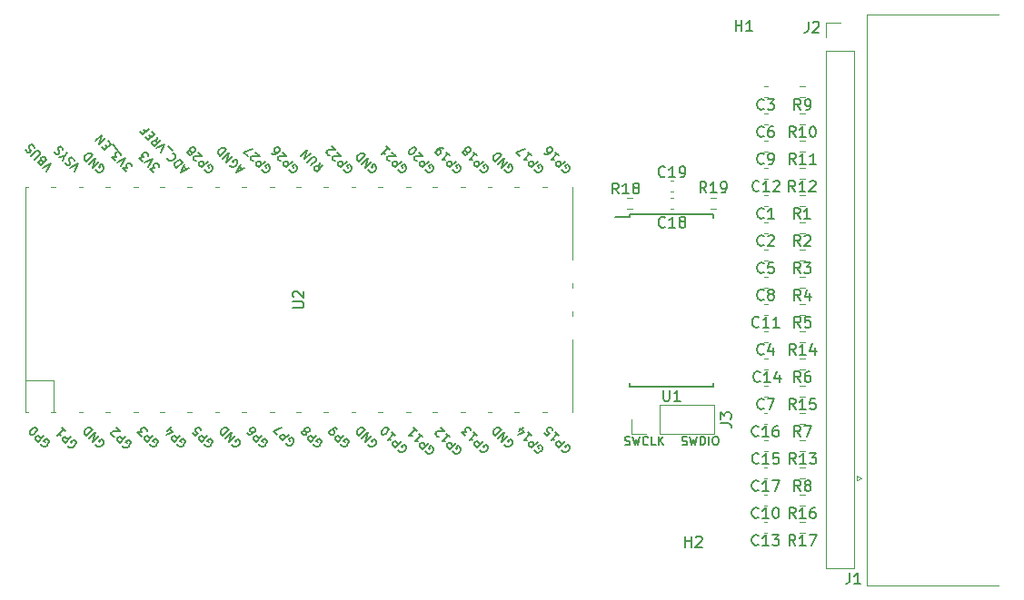
<source format=gbr>
%TF.GenerationSoftware,KiCad,Pcbnew,6.0.10-86aedd382b~118~ubuntu20.04.1*%
%TF.CreationDate,2022-12-31T17:49:26-08:00*%
%TF.ProjectId,parallel2usb,70617261-6c6c-4656-9c32-7573622e6b69,rev?*%
%TF.SameCoordinates,Original*%
%TF.FileFunction,Legend,Top*%
%TF.FilePolarity,Positive*%
%FSLAX46Y46*%
G04 Gerber Fmt 4.6, Leading zero omitted, Abs format (unit mm)*
G04 Created by KiCad (PCBNEW 6.0.10-86aedd382b~118~ubuntu20.04.1) date 2022-12-31 17:49:26*
%MOMM*%
%LPD*%
G01*
G04 APERTURE LIST*
%ADD10C,0.150000*%
%ADD11C,0.120000*%
G04 APERTURE END LIST*
D10*
%TO.C,C3*%
X187666333Y-83796142D02*
X187618714Y-83843761D01*
X187475857Y-83891380D01*
X187380619Y-83891380D01*
X187237761Y-83843761D01*
X187142523Y-83748523D01*
X187094904Y-83653285D01*
X187047285Y-83462809D01*
X187047285Y-83319952D01*
X187094904Y-83129476D01*
X187142523Y-83034238D01*
X187237761Y-82939000D01*
X187380619Y-82891380D01*
X187475857Y-82891380D01*
X187618714Y-82939000D01*
X187666333Y-82986619D01*
X187999666Y-82891380D02*
X188618714Y-82891380D01*
X188285380Y-83272333D01*
X188428238Y-83272333D01*
X188523476Y-83319952D01*
X188571095Y-83367571D01*
X188618714Y-83462809D01*
X188618714Y-83700904D01*
X188571095Y-83796142D01*
X188523476Y-83843761D01*
X188428238Y-83891380D01*
X188142523Y-83891380D01*
X188047285Y-83843761D01*
X187999666Y-83796142D01*
%TO.C,C19*%
X178452542Y-90069942D02*
X178404923Y-90117561D01*
X178262066Y-90165180D01*
X178166828Y-90165180D01*
X178023971Y-90117561D01*
X177928733Y-90022323D01*
X177881114Y-89927085D01*
X177833495Y-89736609D01*
X177833495Y-89593752D01*
X177881114Y-89403276D01*
X177928733Y-89308038D01*
X178023971Y-89212800D01*
X178166828Y-89165180D01*
X178262066Y-89165180D01*
X178404923Y-89212800D01*
X178452542Y-89260419D01*
X179404923Y-90165180D02*
X178833495Y-90165180D01*
X179119209Y-90165180D02*
X179119209Y-89165180D01*
X179023971Y-89308038D01*
X178928733Y-89403276D01*
X178833495Y-89450895D01*
X179881114Y-90165180D02*
X180071590Y-90165180D01*
X180166828Y-90117561D01*
X180214447Y-90069942D01*
X180309685Y-89927085D01*
X180357304Y-89736609D01*
X180357304Y-89355657D01*
X180309685Y-89260419D01*
X180262066Y-89212800D01*
X180166828Y-89165180D01*
X179976352Y-89165180D01*
X179881114Y-89212800D01*
X179833495Y-89260419D01*
X179785876Y-89355657D01*
X179785876Y-89593752D01*
X179833495Y-89688990D01*
X179881114Y-89736609D01*
X179976352Y-89784228D01*
X180166828Y-89784228D01*
X180262066Y-89736609D01*
X180309685Y-89688990D01*
X180357304Y-89593752D01*
%TO.C,C16*%
X187166642Y-114276142D02*
X187119023Y-114323761D01*
X186976166Y-114371380D01*
X186880928Y-114371380D01*
X186738071Y-114323761D01*
X186642833Y-114228523D01*
X186595214Y-114133285D01*
X186547595Y-113942809D01*
X186547595Y-113799952D01*
X186595214Y-113609476D01*
X186642833Y-113514238D01*
X186738071Y-113419000D01*
X186880928Y-113371380D01*
X186976166Y-113371380D01*
X187119023Y-113419000D01*
X187166642Y-113466619D01*
X188119023Y-114371380D02*
X187547595Y-114371380D01*
X187833309Y-114371380D02*
X187833309Y-113371380D01*
X187738071Y-113514238D01*
X187642833Y-113609476D01*
X187547595Y-113657095D01*
X188976166Y-113371380D02*
X188785690Y-113371380D01*
X188690452Y-113419000D01*
X188642833Y-113466619D01*
X188547595Y-113609476D01*
X188499976Y-113799952D01*
X188499976Y-114180904D01*
X188547595Y-114276142D01*
X188595214Y-114323761D01*
X188690452Y-114371380D01*
X188880928Y-114371380D01*
X188976166Y-114323761D01*
X189023785Y-114276142D01*
X189071404Y-114180904D01*
X189071404Y-113942809D01*
X189023785Y-113847571D01*
X188976166Y-113799952D01*
X188880928Y-113752333D01*
X188690452Y-113752333D01*
X188595214Y-113799952D01*
X188547595Y-113847571D01*
X188499976Y-113942809D01*
%TO.C,C17*%
X187164742Y-119356142D02*
X187117123Y-119403761D01*
X186974266Y-119451380D01*
X186879028Y-119451380D01*
X186736171Y-119403761D01*
X186640933Y-119308523D01*
X186593314Y-119213285D01*
X186545695Y-119022809D01*
X186545695Y-118879952D01*
X186593314Y-118689476D01*
X186640933Y-118594238D01*
X186736171Y-118499000D01*
X186879028Y-118451380D01*
X186974266Y-118451380D01*
X187117123Y-118499000D01*
X187164742Y-118546619D01*
X188117123Y-119451380D02*
X187545695Y-119451380D01*
X187831409Y-119451380D02*
X187831409Y-118451380D01*
X187736171Y-118594238D01*
X187640933Y-118689476D01*
X187545695Y-118737095D01*
X188450457Y-118451380D02*
X189117123Y-118451380D01*
X188688552Y-119451380D01*
%TO.C,H1*%
X185039095Y-76525380D02*
X185039095Y-75525380D01*
X185039095Y-76001571D02*
X185610523Y-76001571D01*
X185610523Y-76525380D02*
X185610523Y-75525380D01*
X186610523Y-76525380D02*
X186039095Y-76525380D01*
X186324809Y-76525380D02*
X186324809Y-75525380D01*
X186229571Y-75668238D01*
X186134333Y-75763476D01*
X186039095Y-75811095D01*
%TO.C,R9*%
X191095333Y-83891380D02*
X190762000Y-83415190D01*
X190523904Y-83891380D02*
X190523904Y-82891380D01*
X190904857Y-82891380D01*
X191000095Y-82939000D01*
X191047714Y-82986619D01*
X191095333Y-83081857D01*
X191095333Y-83224714D01*
X191047714Y-83319952D01*
X191000095Y-83367571D01*
X190904857Y-83415190D01*
X190523904Y-83415190D01*
X191571523Y-83891380D02*
X191762000Y-83891380D01*
X191857238Y-83843761D01*
X191904857Y-83796142D01*
X192000095Y-83653285D01*
X192047714Y-83462809D01*
X192047714Y-83081857D01*
X192000095Y-82986619D01*
X191952476Y-82939000D01*
X191857238Y-82891380D01*
X191666761Y-82891380D01*
X191571523Y-82939000D01*
X191523904Y-82986619D01*
X191476285Y-83081857D01*
X191476285Y-83319952D01*
X191523904Y-83415190D01*
X191571523Y-83462809D01*
X191666761Y-83510428D01*
X191857238Y-83510428D01*
X191952476Y-83462809D01*
X192000095Y-83415190D01*
X192047714Y-83319952D01*
%TO.C,C15*%
X187187942Y-116816142D02*
X187140323Y-116863761D01*
X186997466Y-116911380D01*
X186902228Y-116911380D01*
X186759371Y-116863761D01*
X186664133Y-116768523D01*
X186616514Y-116673285D01*
X186568895Y-116482809D01*
X186568895Y-116339952D01*
X186616514Y-116149476D01*
X186664133Y-116054238D01*
X186759371Y-115959000D01*
X186902228Y-115911380D01*
X186997466Y-115911380D01*
X187140323Y-115959000D01*
X187187942Y-116006619D01*
X188140323Y-116911380D02*
X187568895Y-116911380D01*
X187854609Y-116911380D02*
X187854609Y-115911380D01*
X187759371Y-116054238D01*
X187664133Y-116149476D01*
X187568895Y-116197095D01*
X189045085Y-115911380D02*
X188568895Y-115911380D01*
X188521276Y-116387571D01*
X188568895Y-116339952D01*
X188664133Y-116292333D01*
X188902228Y-116292333D01*
X188997466Y-116339952D01*
X189045085Y-116387571D01*
X189092704Y-116482809D01*
X189092704Y-116720904D01*
X189045085Y-116816142D01*
X188997466Y-116863761D01*
X188902228Y-116911380D01*
X188664133Y-116911380D01*
X188568895Y-116863761D01*
X188521276Y-116816142D01*
%TO.C,C12*%
X187216642Y-91416142D02*
X187169023Y-91463761D01*
X187026166Y-91511380D01*
X186930928Y-91511380D01*
X186788071Y-91463761D01*
X186692833Y-91368523D01*
X186645214Y-91273285D01*
X186597595Y-91082809D01*
X186597595Y-90939952D01*
X186645214Y-90749476D01*
X186692833Y-90654238D01*
X186788071Y-90559000D01*
X186930928Y-90511380D01*
X187026166Y-90511380D01*
X187169023Y-90559000D01*
X187216642Y-90606619D01*
X188169023Y-91511380D02*
X187597595Y-91511380D01*
X187883309Y-91511380D02*
X187883309Y-90511380D01*
X187788071Y-90654238D01*
X187692833Y-90749476D01*
X187597595Y-90797095D01*
X188549976Y-90606619D02*
X188597595Y-90559000D01*
X188692833Y-90511380D01*
X188930928Y-90511380D01*
X189026166Y-90559000D01*
X189073785Y-90606619D01*
X189121404Y-90701857D01*
X189121404Y-90797095D01*
X189073785Y-90939952D01*
X188502357Y-91511380D01*
X189121404Y-91511380D01*
%TO.C,R3*%
X191071833Y-99131380D02*
X190738500Y-98655190D01*
X190500404Y-99131380D02*
X190500404Y-98131380D01*
X190881357Y-98131380D01*
X190976595Y-98179000D01*
X191024214Y-98226619D01*
X191071833Y-98321857D01*
X191071833Y-98464714D01*
X191024214Y-98559952D01*
X190976595Y-98607571D01*
X190881357Y-98655190D01*
X190500404Y-98655190D01*
X191405166Y-98131380D02*
X192024214Y-98131380D01*
X191690880Y-98512333D01*
X191833738Y-98512333D01*
X191928976Y-98559952D01*
X191976595Y-98607571D01*
X192024214Y-98702809D01*
X192024214Y-98940904D01*
X191976595Y-99036142D01*
X191928976Y-99083761D01*
X191833738Y-99131380D01*
X191548023Y-99131380D01*
X191452785Y-99083761D01*
X191405166Y-99036142D01*
%TO.C,R12*%
X190595642Y-91511380D02*
X190262309Y-91035190D01*
X190024214Y-91511380D02*
X190024214Y-90511380D01*
X190405166Y-90511380D01*
X190500404Y-90559000D01*
X190548023Y-90606619D01*
X190595642Y-90701857D01*
X190595642Y-90844714D01*
X190548023Y-90939952D01*
X190500404Y-90987571D01*
X190405166Y-91035190D01*
X190024214Y-91035190D01*
X191548023Y-91511380D02*
X190976595Y-91511380D01*
X191262309Y-91511380D02*
X191262309Y-90511380D01*
X191167071Y-90654238D01*
X191071833Y-90749476D01*
X190976595Y-90797095D01*
X191928976Y-90606619D02*
X191976595Y-90559000D01*
X192071833Y-90511380D01*
X192309928Y-90511380D01*
X192405166Y-90559000D01*
X192452785Y-90606619D01*
X192500404Y-90701857D01*
X192500404Y-90797095D01*
X192452785Y-90939952D01*
X191881357Y-91511380D01*
X192500404Y-91511380D01*
%TO.C,C5*%
X187666333Y-99036142D02*
X187618714Y-99083761D01*
X187475857Y-99131380D01*
X187380619Y-99131380D01*
X187237761Y-99083761D01*
X187142523Y-98988523D01*
X187094904Y-98893285D01*
X187047285Y-98702809D01*
X187047285Y-98559952D01*
X187094904Y-98369476D01*
X187142523Y-98274238D01*
X187237761Y-98179000D01*
X187380619Y-98131380D01*
X187475857Y-98131380D01*
X187618714Y-98179000D01*
X187666333Y-98226619D01*
X188571095Y-98131380D02*
X188094904Y-98131380D01*
X188047285Y-98607571D01*
X188094904Y-98559952D01*
X188190142Y-98512333D01*
X188428238Y-98512333D01*
X188523476Y-98559952D01*
X188571095Y-98607571D01*
X188618714Y-98702809D01*
X188618714Y-98940904D01*
X188571095Y-99036142D01*
X188523476Y-99083761D01*
X188428238Y-99131380D01*
X188190142Y-99131380D01*
X188094904Y-99083761D01*
X188047285Y-99036142D01*
%TO.C,C11*%
X187190142Y-104090742D02*
X187142523Y-104138361D01*
X186999666Y-104185980D01*
X186904428Y-104185980D01*
X186761571Y-104138361D01*
X186666333Y-104043123D01*
X186618714Y-103947885D01*
X186571095Y-103757409D01*
X186571095Y-103614552D01*
X186618714Y-103424076D01*
X186666333Y-103328838D01*
X186761571Y-103233600D01*
X186904428Y-103185980D01*
X186999666Y-103185980D01*
X187142523Y-103233600D01*
X187190142Y-103281219D01*
X188142523Y-104185980D02*
X187571095Y-104185980D01*
X187856809Y-104185980D02*
X187856809Y-103185980D01*
X187761571Y-103328838D01*
X187666333Y-103424076D01*
X187571095Y-103471695D01*
X189094904Y-104185980D02*
X188523476Y-104185980D01*
X188809190Y-104185980D02*
X188809190Y-103185980D01*
X188713952Y-103328838D01*
X188618714Y-103424076D01*
X188523476Y-103471695D01*
%TO.C,R11*%
X190619142Y-88945980D02*
X190285809Y-88469790D01*
X190047714Y-88945980D02*
X190047714Y-87945980D01*
X190428666Y-87945980D01*
X190523904Y-87993600D01*
X190571523Y-88041219D01*
X190619142Y-88136457D01*
X190619142Y-88279314D01*
X190571523Y-88374552D01*
X190523904Y-88422171D01*
X190428666Y-88469790D01*
X190047714Y-88469790D01*
X191571523Y-88945980D02*
X191000095Y-88945980D01*
X191285809Y-88945980D02*
X191285809Y-87945980D01*
X191190571Y-88088838D01*
X191095333Y-88184076D01*
X191000095Y-88231695D01*
X192523904Y-88945980D02*
X191952476Y-88945980D01*
X192238190Y-88945980D02*
X192238190Y-87945980D01*
X192142952Y-88088838D01*
X192047714Y-88184076D01*
X191952476Y-88231695D01*
%TO.C,U2*%
X143776580Y-102361904D02*
X144586104Y-102361904D01*
X144681342Y-102314285D01*
X144728961Y-102266666D01*
X144776580Y-102171428D01*
X144776580Y-101980952D01*
X144728961Y-101885714D01*
X144681342Y-101838095D01*
X144586104Y-101790476D01*
X143776580Y-101790476D01*
X143871819Y-101361904D02*
X143824200Y-101314285D01*
X143776580Y-101219047D01*
X143776580Y-100980952D01*
X143824200Y-100885714D01*
X143871819Y-100838095D01*
X143967057Y-100790476D01*
X144062295Y-100790476D01*
X144205152Y-100838095D01*
X144776580Y-101409523D01*
X144776580Y-100790476D01*
X130475418Y-115086903D02*
X130502355Y-115167715D01*
X130583167Y-115248528D01*
X130690917Y-115302402D01*
X130798667Y-115302402D01*
X130879479Y-115275465D01*
X131014166Y-115194653D01*
X131094978Y-115113841D01*
X131175790Y-114979154D01*
X131202728Y-114898341D01*
X131202728Y-114790592D01*
X131148853Y-114682842D01*
X131094978Y-114628967D01*
X130987228Y-114575093D01*
X130933354Y-114575093D01*
X130744792Y-114763654D01*
X130852541Y-114871404D01*
X130744792Y-114278781D02*
X130179106Y-114844467D01*
X129963607Y-114628967D01*
X129936670Y-114548155D01*
X129936670Y-114494280D01*
X129963607Y-114413468D01*
X130044419Y-114332656D01*
X130125232Y-114305719D01*
X130179106Y-114305719D01*
X130259919Y-114332656D01*
X130475418Y-114548155D01*
X129667296Y-114332656D02*
X129317110Y-113982470D01*
X129721171Y-113955532D01*
X129640358Y-113874720D01*
X129613421Y-113793908D01*
X129613421Y-113740033D01*
X129640358Y-113659221D01*
X129775045Y-113524534D01*
X129855858Y-113497597D01*
X129909732Y-113497597D01*
X129990545Y-113524534D01*
X130152169Y-113686158D01*
X130179106Y-113766971D01*
X130179106Y-113820845D01*
X166304792Y-89502277D02*
X166331729Y-89583089D01*
X166412541Y-89663902D01*
X166520291Y-89717776D01*
X166628041Y-89717776D01*
X166708853Y-89690839D01*
X166843540Y-89610027D01*
X166924352Y-89529215D01*
X167005164Y-89394528D01*
X167032102Y-89313715D01*
X167032102Y-89205966D01*
X166978227Y-89098216D01*
X166924352Y-89044341D01*
X166816602Y-88990467D01*
X166762728Y-88990467D01*
X166574166Y-89179028D01*
X166681915Y-89286778D01*
X166574166Y-88694155D02*
X166008480Y-89259841D01*
X165792981Y-89044341D01*
X165766044Y-88963529D01*
X165766044Y-88909654D01*
X165792981Y-88828842D01*
X165873793Y-88748030D01*
X165954606Y-88721093D01*
X166008480Y-88721093D01*
X166089293Y-88748030D01*
X166304792Y-88963529D01*
X165712169Y-87832158D02*
X166035418Y-88155407D01*
X165873793Y-87993783D02*
X165308108Y-88559468D01*
X165442795Y-88532531D01*
X165550545Y-88532531D01*
X165631357Y-88559468D01*
X164957922Y-88209282D02*
X164580798Y-87832158D01*
X165388920Y-87508910D01*
X130814792Y-89710152D02*
X130464606Y-89359966D01*
X130868667Y-89333028D01*
X130787854Y-89252216D01*
X130760917Y-89171404D01*
X130760917Y-89117529D01*
X130787854Y-89036717D01*
X130922541Y-88902030D01*
X131003354Y-88875093D01*
X131057228Y-88875093D01*
X131138041Y-88902030D01*
X131299665Y-89063654D01*
X131326602Y-89144467D01*
X131326602Y-89198341D01*
X130302981Y-89198341D02*
X130680105Y-88444094D01*
X129925858Y-88821218D01*
X129791171Y-88686531D02*
X129440984Y-88336345D01*
X129845045Y-88309407D01*
X129764233Y-88228595D01*
X129737296Y-88147783D01*
X129737296Y-88093908D01*
X129764233Y-88013096D01*
X129898920Y-87878409D01*
X129979732Y-87851471D01*
X130033607Y-87851471D01*
X130114419Y-87878409D01*
X130276044Y-88040033D01*
X130302981Y-88120845D01*
X130302981Y-88174720D01*
X161224792Y-115610277D02*
X161251729Y-115691089D01*
X161332541Y-115771902D01*
X161440291Y-115825776D01*
X161548041Y-115825776D01*
X161628853Y-115798839D01*
X161763540Y-115718027D01*
X161844352Y-115637215D01*
X161925164Y-115502528D01*
X161952102Y-115421715D01*
X161952102Y-115313966D01*
X161898227Y-115206216D01*
X161844352Y-115152341D01*
X161736602Y-115098467D01*
X161682728Y-115098467D01*
X161494166Y-115287028D01*
X161601915Y-115394778D01*
X161494166Y-114802155D02*
X160928480Y-115367841D01*
X160712981Y-115152341D01*
X160686044Y-115071529D01*
X160686044Y-115017654D01*
X160712981Y-114936842D01*
X160793793Y-114856030D01*
X160874606Y-114829093D01*
X160928480Y-114829093D01*
X161009293Y-114856030D01*
X161224792Y-115071529D01*
X160632169Y-113940158D02*
X160955418Y-114263407D01*
X160793793Y-114101783D02*
X160228108Y-114667468D01*
X160362795Y-114640531D01*
X160470545Y-114640531D01*
X160551357Y-114667468D01*
X159877922Y-114317282D02*
X159527736Y-113967096D01*
X159931797Y-113940158D01*
X159850984Y-113859346D01*
X159824047Y-113778534D01*
X159824047Y-113724659D01*
X159850984Y-113643847D01*
X159985671Y-113509160D01*
X160066484Y-113482223D01*
X160120358Y-113482223D01*
X160201171Y-113509160D01*
X160362795Y-113670784D01*
X160389732Y-113751597D01*
X160389732Y-113805471D01*
X168844792Y-115610277D02*
X168871729Y-115691089D01*
X168952541Y-115771902D01*
X169060291Y-115825776D01*
X169168041Y-115825776D01*
X169248853Y-115798839D01*
X169383540Y-115718027D01*
X169464352Y-115637215D01*
X169545164Y-115502528D01*
X169572102Y-115421715D01*
X169572102Y-115313966D01*
X169518227Y-115206216D01*
X169464352Y-115152341D01*
X169356602Y-115098467D01*
X169302728Y-115098467D01*
X169114166Y-115287028D01*
X169221915Y-115394778D01*
X169114166Y-114802155D02*
X168548480Y-115367841D01*
X168332981Y-115152341D01*
X168306044Y-115071529D01*
X168306044Y-115017654D01*
X168332981Y-114936842D01*
X168413793Y-114856030D01*
X168494606Y-114829093D01*
X168548480Y-114829093D01*
X168629293Y-114856030D01*
X168844792Y-115071529D01*
X168252169Y-113940158D02*
X168575418Y-114263407D01*
X168413793Y-114101783D02*
X167848108Y-114667468D01*
X167982795Y-114640531D01*
X168090545Y-114640531D01*
X168171357Y-114667468D01*
X167174673Y-113994033D02*
X167444047Y-114263407D01*
X167740358Y-114020971D01*
X167686484Y-114020971D01*
X167605671Y-113994033D01*
X167470984Y-113859346D01*
X167444047Y-113778534D01*
X167444047Y-113724659D01*
X167470984Y-113643847D01*
X167605671Y-113509160D01*
X167686484Y-113482223D01*
X167740358Y-113482223D01*
X167821171Y-113509160D01*
X167955858Y-113643847D01*
X167982795Y-113724659D01*
X167982795Y-113778534D01*
X156144792Y-89502277D02*
X156171729Y-89583089D01*
X156252541Y-89663902D01*
X156360291Y-89717776D01*
X156468041Y-89717776D01*
X156548853Y-89690839D01*
X156683540Y-89610027D01*
X156764352Y-89529215D01*
X156845164Y-89394528D01*
X156872102Y-89313715D01*
X156872102Y-89205966D01*
X156818227Y-89098216D01*
X156764352Y-89044341D01*
X156656602Y-88990467D01*
X156602728Y-88990467D01*
X156414166Y-89179028D01*
X156521915Y-89286778D01*
X156414166Y-88694155D02*
X155848480Y-89259841D01*
X155632981Y-89044341D01*
X155606044Y-88963529D01*
X155606044Y-88909654D01*
X155632981Y-88828842D01*
X155713793Y-88748030D01*
X155794606Y-88721093D01*
X155848480Y-88721093D01*
X155929293Y-88748030D01*
X156144792Y-88963529D01*
X155363607Y-88667218D02*
X155309732Y-88667218D01*
X155228920Y-88640280D01*
X155094233Y-88505593D01*
X155067296Y-88424781D01*
X155067296Y-88370906D01*
X155094233Y-88290094D01*
X155148108Y-88236219D01*
X155255858Y-88182345D01*
X155902355Y-88182345D01*
X155552169Y-87832158D01*
X154636297Y-88047658D02*
X154582423Y-87993783D01*
X154555485Y-87912971D01*
X154555485Y-87859096D01*
X154582423Y-87778284D01*
X154663235Y-87643597D01*
X154797922Y-87508910D01*
X154932609Y-87428097D01*
X155013421Y-87401160D01*
X155067296Y-87401160D01*
X155148108Y-87428097D01*
X155201983Y-87481972D01*
X155228920Y-87562784D01*
X155228920Y-87616659D01*
X155201983Y-87697471D01*
X155121171Y-87832158D01*
X154986484Y-87966845D01*
X154851797Y-88047658D01*
X154770984Y-88074595D01*
X154717110Y-88074595D01*
X154636297Y-88047658D01*
X158684792Y-89502277D02*
X158711729Y-89583089D01*
X158792541Y-89663902D01*
X158900291Y-89717776D01*
X159008041Y-89717776D01*
X159088853Y-89690839D01*
X159223540Y-89610027D01*
X159304352Y-89529215D01*
X159385164Y-89394528D01*
X159412102Y-89313715D01*
X159412102Y-89205966D01*
X159358227Y-89098216D01*
X159304352Y-89044341D01*
X159196602Y-88990467D01*
X159142728Y-88990467D01*
X158954166Y-89179028D01*
X159061915Y-89286778D01*
X158954166Y-88694155D02*
X158388480Y-89259841D01*
X158172981Y-89044341D01*
X158146044Y-88963529D01*
X158146044Y-88909654D01*
X158172981Y-88828842D01*
X158253793Y-88748030D01*
X158334606Y-88721093D01*
X158388480Y-88721093D01*
X158469293Y-88748030D01*
X158684792Y-88963529D01*
X158092169Y-87832158D02*
X158415418Y-88155407D01*
X158253793Y-87993783D02*
X157688108Y-88559468D01*
X157822795Y-88532531D01*
X157930545Y-88532531D01*
X158011357Y-88559468D01*
X157822795Y-87562784D02*
X157715045Y-87455035D01*
X157634233Y-87428097D01*
X157580358Y-87428097D01*
X157445671Y-87455035D01*
X157310984Y-87535847D01*
X157095485Y-87751346D01*
X157068548Y-87832158D01*
X157068548Y-87886033D01*
X157095485Y-87966845D01*
X157203235Y-88074595D01*
X157284047Y-88101532D01*
X157337922Y-88101532D01*
X157418734Y-88074595D01*
X157553421Y-87939908D01*
X157580358Y-87859096D01*
X157580358Y-87805221D01*
X157553421Y-87724409D01*
X157445671Y-87616659D01*
X157364859Y-87589722D01*
X157310984Y-87589722D01*
X157230172Y-87616659D01*
X163522355Y-115113841D02*
X163549293Y-115194653D01*
X163630105Y-115275465D01*
X163737854Y-115329340D01*
X163845604Y-115329340D01*
X163926416Y-115302402D01*
X164061103Y-115221590D01*
X164141915Y-115140778D01*
X164222728Y-115006091D01*
X164249665Y-114925279D01*
X164249665Y-114817529D01*
X164195790Y-114709780D01*
X164141915Y-114655905D01*
X164034166Y-114602030D01*
X163980291Y-114602030D01*
X163791729Y-114790592D01*
X163899479Y-114898341D01*
X163791729Y-114305719D02*
X163226044Y-114871404D01*
X163468480Y-113982470D01*
X162902795Y-114548155D01*
X163199106Y-113713096D02*
X162633421Y-114278781D01*
X162498734Y-114144094D01*
X162444859Y-114036345D01*
X162444859Y-113928595D01*
X162471797Y-113847783D01*
X162552609Y-113713096D01*
X162633421Y-113632284D01*
X162768108Y-113551471D01*
X162848920Y-113524534D01*
X162956670Y-113524534D01*
X163064419Y-113578409D01*
X163199106Y-113713096D01*
X139065164Y-89448402D02*
X138795790Y-89179028D01*
X139280663Y-89340653D02*
X138526416Y-89717776D01*
X138903540Y-88963529D01*
X137879919Y-89017404D02*
X137906856Y-89098216D01*
X137987668Y-89179028D01*
X138095418Y-89232903D01*
X138203167Y-89232903D01*
X138283980Y-89205966D01*
X138418667Y-89125154D01*
X138499479Y-89044341D01*
X138580291Y-88909654D01*
X138607228Y-88828842D01*
X138607228Y-88721093D01*
X138553354Y-88613343D01*
X138499479Y-88559468D01*
X138391729Y-88505593D01*
X138337854Y-88505593D01*
X138149293Y-88694155D01*
X138257042Y-88801905D01*
X138149293Y-88209282D02*
X137583607Y-88774967D01*
X137826044Y-87886033D01*
X137260358Y-88451719D01*
X137556670Y-87616659D02*
X136990984Y-88182345D01*
X136856297Y-88047658D01*
X136802423Y-87939908D01*
X136802423Y-87832158D01*
X136829360Y-87751346D01*
X136910172Y-87616659D01*
X136990984Y-87535847D01*
X137125671Y-87455035D01*
X137206484Y-87428097D01*
X137314233Y-87428097D01*
X137421983Y-87481972D01*
X137556670Y-87616659D01*
X140914792Y-89502277D02*
X140941729Y-89583089D01*
X141022541Y-89663902D01*
X141130291Y-89717776D01*
X141238041Y-89717776D01*
X141318853Y-89690839D01*
X141453540Y-89610027D01*
X141534352Y-89529215D01*
X141615164Y-89394528D01*
X141642102Y-89313715D01*
X141642102Y-89205966D01*
X141588227Y-89098216D01*
X141534352Y-89044341D01*
X141426602Y-88990467D01*
X141372728Y-88990467D01*
X141184166Y-89179028D01*
X141291915Y-89286778D01*
X141184166Y-88694155D02*
X140618480Y-89259841D01*
X140402981Y-89044341D01*
X140376044Y-88963529D01*
X140376044Y-88909654D01*
X140402981Y-88828842D01*
X140483793Y-88748030D01*
X140564606Y-88721093D01*
X140618480Y-88721093D01*
X140699293Y-88748030D01*
X140914792Y-88963529D01*
X140133607Y-88667218D02*
X140079732Y-88667218D01*
X139998920Y-88640280D01*
X139864233Y-88505593D01*
X139837296Y-88424781D01*
X139837296Y-88370906D01*
X139864233Y-88290094D01*
X139918108Y-88236219D01*
X140025858Y-88182345D01*
X140672355Y-88182345D01*
X140322169Y-87832158D01*
X139567922Y-88209282D02*
X139190798Y-87832158D01*
X139998920Y-87508910D01*
X163522355Y-89513841D02*
X163549293Y-89594653D01*
X163630105Y-89675465D01*
X163737854Y-89729340D01*
X163845604Y-89729340D01*
X163926416Y-89702402D01*
X164061103Y-89621590D01*
X164141915Y-89540778D01*
X164222728Y-89406091D01*
X164249665Y-89325279D01*
X164249665Y-89217529D01*
X164195790Y-89109780D01*
X164141915Y-89055905D01*
X164034166Y-89002030D01*
X163980291Y-89002030D01*
X163791729Y-89190592D01*
X163899479Y-89298341D01*
X163791729Y-88705719D02*
X163226044Y-89271404D01*
X163468480Y-88382470D01*
X162902795Y-88948155D01*
X163199106Y-88113096D02*
X162633421Y-88678781D01*
X162498734Y-88544094D01*
X162444859Y-88436345D01*
X162444859Y-88328595D01*
X162471797Y-88247783D01*
X162552609Y-88113096D01*
X162633421Y-88032284D01*
X162768108Y-87951471D01*
X162848920Y-87924534D01*
X162956670Y-87924534D01*
X163064419Y-87978409D01*
X163199106Y-88113096D01*
X153614792Y-89502277D02*
X153641729Y-89583089D01*
X153722541Y-89663902D01*
X153830291Y-89717776D01*
X153938041Y-89717776D01*
X154018853Y-89690839D01*
X154153540Y-89610027D01*
X154234352Y-89529215D01*
X154315164Y-89394528D01*
X154342102Y-89313715D01*
X154342102Y-89205966D01*
X154288227Y-89098216D01*
X154234352Y-89044341D01*
X154126602Y-88990467D01*
X154072728Y-88990467D01*
X153884166Y-89179028D01*
X153991915Y-89286778D01*
X153884166Y-88694155D02*
X153318480Y-89259841D01*
X153102981Y-89044341D01*
X153076044Y-88963529D01*
X153076044Y-88909654D01*
X153102981Y-88828842D01*
X153183793Y-88748030D01*
X153264606Y-88721093D01*
X153318480Y-88721093D01*
X153399293Y-88748030D01*
X153614792Y-88963529D01*
X152833607Y-88667218D02*
X152779732Y-88667218D01*
X152698920Y-88640280D01*
X152564233Y-88505593D01*
X152537296Y-88424781D01*
X152537296Y-88370906D01*
X152564233Y-88290094D01*
X152618108Y-88236219D01*
X152725858Y-88182345D01*
X153372355Y-88182345D01*
X153022169Y-87832158D01*
X152483421Y-87293410D02*
X152806670Y-87616659D01*
X152645045Y-87455035D02*
X152079360Y-88020720D01*
X152214047Y-87993783D01*
X152321797Y-87993783D01*
X152402609Y-88020720D01*
X148524792Y-89502277D02*
X148551729Y-89583089D01*
X148632541Y-89663902D01*
X148740291Y-89717776D01*
X148848041Y-89717776D01*
X148928853Y-89690839D01*
X149063540Y-89610027D01*
X149144352Y-89529215D01*
X149225164Y-89394528D01*
X149252102Y-89313715D01*
X149252102Y-89205966D01*
X149198227Y-89098216D01*
X149144352Y-89044341D01*
X149036602Y-88990467D01*
X148982728Y-88990467D01*
X148794166Y-89179028D01*
X148901915Y-89286778D01*
X148794166Y-88694155D02*
X148228480Y-89259841D01*
X148012981Y-89044341D01*
X147986044Y-88963529D01*
X147986044Y-88909654D01*
X148012981Y-88828842D01*
X148093793Y-88748030D01*
X148174606Y-88721093D01*
X148228480Y-88721093D01*
X148309293Y-88748030D01*
X148524792Y-88963529D01*
X147743607Y-88667218D02*
X147689732Y-88667218D01*
X147608920Y-88640280D01*
X147474233Y-88505593D01*
X147447296Y-88424781D01*
X147447296Y-88370906D01*
X147474233Y-88290094D01*
X147528108Y-88236219D01*
X147635858Y-88182345D01*
X148282355Y-88182345D01*
X147932169Y-87832158D01*
X147204859Y-88128470D02*
X147150984Y-88128470D01*
X147070172Y-88101532D01*
X146935485Y-87966845D01*
X146908548Y-87886033D01*
X146908548Y-87832158D01*
X146935485Y-87751346D01*
X146989360Y-87697471D01*
X147097110Y-87643597D01*
X147743607Y-87643597D01*
X147393421Y-87293410D01*
X123394166Y-89679526D02*
X123771289Y-88925279D01*
X123017042Y-89302402D01*
X123394166Y-88602030D02*
X123340291Y-88494280D01*
X123205604Y-88359593D01*
X123124792Y-88332656D01*
X123070917Y-88332656D01*
X122990105Y-88359593D01*
X122936230Y-88413468D01*
X122909293Y-88494280D01*
X122909293Y-88548155D01*
X122936230Y-88628967D01*
X123017042Y-88763654D01*
X123043980Y-88844467D01*
X123043980Y-88898341D01*
X123017042Y-88979154D01*
X122963167Y-89033028D01*
X122882355Y-89059966D01*
X122828480Y-89059966D01*
X122747668Y-89033028D01*
X122612981Y-88898341D01*
X122559106Y-88790592D01*
X122478294Y-88171032D02*
X122747668Y-87901658D01*
X122370545Y-88655905D02*
X122478294Y-88171032D01*
X121993421Y-88278781D01*
X122370545Y-87578409D02*
X122316670Y-87470659D01*
X122181983Y-87335972D01*
X122101171Y-87309035D01*
X122047296Y-87309035D01*
X121966484Y-87335972D01*
X121912609Y-87389847D01*
X121885671Y-87470659D01*
X121885671Y-87524534D01*
X121912609Y-87605346D01*
X121993421Y-87740033D01*
X122020358Y-87820845D01*
X122020358Y-87874720D01*
X121993421Y-87955532D01*
X121939546Y-88009407D01*
X121858734Y-88036345D01*
X121804859Y-88036345D01*
X121724047Y-88009407D01*
X121589360Y-87874720D01*
X121535485Y-87766971D01*
X143145418Y-114986903D02*
X143172355Y-115067715D01*
X143253167Y-115148528D01*
X143360917Y-115202402D01*
X143468667Y-115202402D01*
X143549479Y-115175465D01*
X143684166Y-115094653D01*
X143764978Y-115013841D01*
X143845790Y-114879154D01*
X143872728Y-114798341D01*
X143872728Y-114690592D01*
X143818853Y-114582842D01*
X143764978Y-114528967D01*
X143657228Y-114475093D01*
X143603354Y-114475093D01*
X143414792Y-114663654D01*
X143522541Y-114771404D01*
X143414792Y-114178781D02*
X142849106Y-114744467D01*
X142633607Y-114528967D01*
X142606670Y-114448155D01*
X142606670Y-114394280D01*
X142633607Y-114313468D01*
X142714419Y-114232656D01*
X142795232Y-114205719D01*
X142849106Y-114205719D01*
X142929919Y-114232656D01*
X143145418Y-114448155D01*
X142337296Y-114232656D02*
X141960172Y-113855532D01*
X142768294Y-113532284D01*
X128282508Y-89677868D02*
X127932322Y-89327682D01*
X128336383Y-89300744D01*
X128255570Y-89219932D01*
X128228633Y-89139120D01*
X128228633Y-89085245D01*
X128255570Y-89004433D01*
X128390257Y-88869746D01*
X128471070Y-88842809D01*
X128524944Y-88842809D01*
X128605757Y-88869746D01*
X128767381Y-89031370D01*
X128794318Y-89112183D01*
X128794318Y-89166057D01*
X127770697Y-89166057D02*
X128147821Y-88411810D01*
X127393574Y-88788934D01*
X127258887Y-88654247D02*
X126908700Y-88304061D01*
X127312761Y-88277123D01*
X127231949Y-88196311D01*
X127205012Y-88115499D01*
X127205012Y-88061624D01*
X127231949Y-87980812D01*
X127366636Y-87846125D01*
X127447448Y-87819187D01*
X127501323Y-87819187D01*
X127582135Y-87846125D01*
X127743760Y-88007749D01*
X127770697Y-88088561D01*
X127770697Y-88142436D01*
X127420511Y-87576751D02*
X126989512Y-87145752D01*
X126504639Y-87361251D02*
X126316077Y-87172690D01*
X126531577Y-86795566D02*
X126800951Y-87064940D01*
X126235265Y-87630625D01*
X125965891Y-87361251D01*
X126289140Y-86553129D02*
X125723455Y-87118815D01*
X125965891Y-86229881D01*
X125400206Y-86795566D01*
X146267635Y-88761624D02*
X146186822Y-89219560D01*
X146590883Y-89084873D02*
X146025198Y-89650558D01*
X145809699Y-89435059D01*
X145782761Y-89354247D01*
X145782761Y-89300372D01*
X145809699Y-89219560D01*
X145890511Y-89138748D01*
X145971323Y-89111810D01*
X146025198Y-89111810D01*
X146106010Y-89138748D01*
X146321509Y-89354247D01*
X145459512Y-89084873D02*
X145917448Y-88626937D01*
X145944386Y-88546125D01*
X145944386Y-88492250D01*
X145917448Y-88411438D01*
X145809699Y-88303688D01*
X145728887Y-88276751D01*
X145675012Y-88276751D01*
X145594200Y-88303688D01*
X145136264Y-88761624D01*
X145432575Y-87926564D02*
X144866890Y-88492250D01*
X145109326Y-87603316D01*
X144543641Y-88169001D01*
X150822355Y-89513841D02*
X150849293Y-89594653D01*
X150930105Y-89675465D01*
X151037854Y-89729340D01*
X151145604Y-89729340D01*
X151226416Y-89702402D01*
X151361103Y-89621590D01*
X151441915Y-89540778D01*
X151522728Y-89406091D01*
X151549665Y-89325279D01*
X151549665Y-89217529D01*
X151495790Y-89109780D01*
X151441915Y-89055905D01*
X151334166Y-89002030D01*
X151280291Y-89002030D01*
X151091729Y-89190592D01*
X151199479Y-89298341D01*
X151091729Y-88705719D02*
X150526044Y-89271404D01*
X150768480Y-88382470D01*
X150202795Y-88948155D01*
X150499106Y-88113096D02*
X149933421Y-88678781D01*
X149798734Y-88544094D01*
X149744859Y-88436345D01*
X149744859Y-88328595D01*
X149771797Y-88247783D01*
X149852609Y-88113096D01*
X149933421Y-88032284D01*
X150068108Y-87951471D01*
X150148920Y-87924534D01*
X150256670Y-87924534D01*
X150364419Y-87978409D01*
X150499106Y-88113096D01*
X138122355Y-115113841D02*
X138149293Y-115194653D01*
X138230105Y-115275465D01*
X138337854Y-115329340D01*
X138445604Y-115329340D01*
X138526416Y-115302402D01*
X138661103Y-115221590D01*
X138741915Y-115140778D01*
X138822728Y-115006091D01*
X138849665Y-114925279D01*
X138849665Y-114817529D01*
X138795790Y-114709780D01*
X138741915Y-114655905D01*
X138634166Y-114602030D01*
X138580291Y-114602030D01*
X138391729Y-114790592D01*
X138499479Y-114898341D01*
X138391729Y-114305719D02*
X137826044Y-114871404D01*
X138068480Y-113982470D01*
X137502795Y-114548155D01*
X137799106Y-113713096D02*
X137233421Y-114278781D01*
X137098734Y-114144094D01*
X137044859Y-114036345D01*
X137044859Y-113928595D01*
X137071797Y-113847783D01*
X137152609Y-113713096D01*
X137233421Y-113632284D01*
X137368108Y-113551471D01*
X137448920Y-113524534D01*
X137556670Y-113524534D01*
X137664419Y-113578409D01*
X137799106Y-113713096D01*
X150822355Y-115113841D02*
X150849293Y-115194653D01*
X150930105Y-115275465D01*
X151037854Y-115329340D01*
X151145604Y-115329340D01*
X151226416Y-115302402D01*
X151361103Y-115221590D01*
X151441915Y-115140778D01*
X151522728Y-115006091D01*
X151549665Y-114925279D01*
X151549665Y-114817529D01*
X151495790Y-114709780D01*
X151441915Y-114655905D01*
X151334166Y-114602030D01*
X151280291Y-114602030D01*
X151091729Y-114790592D01*
X151199479Y-114898341D01*
X151091729Y-114305719D02*
X150526044Y-114871404D01*
X150768480Y-113982470D01*
X150202795Y-114548155D01*
X150499106Y-113713096D02*
X149933421Y-114278781D01*
X149798734Y-114144094D01*
X149744859Y-114036345D01*
X149744859Y-113928595D01*
X149771797Y-113847783D01*
X149852609Y-113713096D01*
X149933421Y-113632284D01*
X150068108Y-113551471D01*
X150148920Y-113524534D01*
X150256670Y-113524534D01*
X150364419Y-113578409D01*
X150499106Y-113713096D01*
X140635418Y-115086903D02*
X140662355Y-115167715D01*
X140743167Y-115248528D01*
X140850917Y-115302402D01*
X140958667Y-115302402D01*
X141039479Y-115275465D01*
X141174166Y-115194653D01*
X141254978Y-115113841D01*
X141335790Y-114979154D01*
X141362728Y-114898341D01*
X141362728Y-114790592D01*
X141308853Y-114682842D01*
X141254978Y-114628967D01*
X141147228Y-114575093D01*
X141093354Y-114575093D01*
X140904792Y-114763654D01*
X141012541Y-114871404D01*
X140904792Y-114278781D02*
X140339106Y-114844467D01*
X140123607Y-114628967D01*
X140096670Y-114548155D01*
X140096670Y-114494280D01*
X140123607Y-114413468D01*
X140204419Y-114332656D01*
X140285232Y-114305719D01*
X140339106Y-114305719D01*
X140419919Y-114332656D01*
X140635418Y-114548155D01*
X139530984Y-114036345D02*
X139638734Y-114144094D01*
X139719546Y-114171032D01*
X139773421Y-114171032D01*
X139908108Y-114144094D01*
X140042795Y-114063282D01*
X140258294Y-113847783D01*
X140285232Y-113766971D01*
X140285232Y-113713096D01*
X140258294Y-113632284D01*
X140150545Y-113524534D01*
X140069732Y-113497597D01*
X140015858Y-113497597D01*
X139935045Y-113524534D01*
X139800358Y-113659221D01*
X139773421Y-113740033D01*
X139773421Y-113793908D01*
X139800358Y-113874720D01*
X139908108Y-113982470D01*
X139988920Y-114009407D01*
X140042795Y-114009407D01*
X140123607Y-113982470D01*
X120851509Y-89646870D02*
X121228633Y-88892622D01*
X120474386Y-89269746D01*
X120366636Y-88623248D02*
X120312761Y-88515499D01*
X120312761Y-88461624D01*
X120339699Y-88380812D01*
X120420511Y-88300000D01*
X120501323Y-88273062D01*
X120555198Y-88273062D01*
X120636010Y-88300000D01*
X120851509Y-88515499D01*
X120285824Y-89081184D01*
X120097262Y-88892622D01*
X120070325Y-88811810D01*
X120070325Y-88757935D01*
X120097262Y-88677123D01*
X120151137Y-88623248D01*
X120231949Y-88596311D01*
X120285824Y-88596311D01*
X120366636Y-88623248D01*
X120555198Y-88811810D01*
X119720138Y-88515499D02*
X120178074Y-88057563D01*
X120205012Y-87976751D01*
X120205012Y-87922876D01*
X120178074Y-87842064D01*
X120070325Y-87734314D01*
X119989512Y-87707377D01*
X119935638Y-87707377D01*
X119854825Y-87734314D01*
X119396890Y-88192250D01*
X119693201Y-87411065D02*
X119639326Y-87303316D01*
X119504639Y-87168629D01*
X119423827Y-87141691D01*
X119369952Y-87141691D01*
X119289140Y-87168629D01*
X119235265Y-87222503D01*
X119208328Y-87303316D01*
X119208328Y-87357190D01*
X119235265Y-87438003D01*
X119316077Y-87572690D01*
X119343015Y-87653502D01*
X119343015Y-87707377D01*
X119316077Y-87788189D01*
X119262203Y-87842064D01*
X119181390Y-87869001D01*
X119127516Y-87869001D01*
X119046703Y-87842064D01*
X118912016Y-87707377D01*
X118858142Y-87599627D01*
X135570792Y-89502277D02*
X135597729Y-89583089D01*
X135678541Y-89663902D01*
X135786291Y-89717776D01*
X135894041Y-89717776D01*
X135974853Y-89690839D01*
X136109540Y-89610027D01*
X136190352Y-89529215D01*
X136271164Y-89394528D01*
X136298102Y-89313715D01*
X136298102Y-89205966D01*
X136244227Y-89098216D01*
X136190352Y-89044341D01*
X136082602Y-88990467D01*
X136028728Y-88990467D01*
X135840166Y-89179028D01*
X135947915Y-89286778D01*
X135840166Y-88694155D02*
X135274480Y-89259841D01*
X135058981Y-89044341D01*
X135032044Y-88963529D01*
X135032044Y-88909654D01*
X135058981Y-88828842D01*
X135139793Y-88748030D01*
X135220606Y-88721093D01*
X135274480Y-88721093D01*
X135355293Y-88748030D01*
X135570792Y-88963529D01*
X134789607Y-88667218D02*
X134735732Y-88667218D01*
X134654920Y-88640280D01*
X134520233Y-88505593D01*
X134493296Y-88424781D01*
X134493296Y-88370906D01*
X134520233Y-88290094D01*
X134574108Y-88236219D01*
X134681858Y-88182345D01*
X135328355Y-88182345D01*
X134978169Y-87832158D01*
X134331671Y-87832158D02*
X134358609Y-87912971D01*
X134358609Y-87966845D01*
X134331671Y-88047658D01*
X134304734Y-88074595D01*
X134223922Y-88101532D01*
X134170047Y-88101532D01*
X134089235Y-88074595D01*
X133981485Y-87966845D01*
X133954548Y-87886033D01*
X133954548Y-87832158D01*
X133981485Y-87751346D01*
X134008423Y-87724409D01*
X134089235Y-87697471D01*
X134143110Y-87697471D01*
X134223922Y-87724409D01*
X134331671Y-87832158D01*
X134412484Y-87859096D01*
X134466358Y-87859096D01*
X134547171Y-87832158D01*
X134654920Y-87724409D01*
X134681858Y-87643597D01*
X134681858Y-87589722D01*
X134654920Y-87508910D01*
X134547171Y-87401160D01*
X134466358Y-87374223D01*
X134412484Y-87374223D01*
X134331671Y-87401160D01*
X134223922Y-87508910D01*
X134196984Y-87589722D01*
X134196984Y-87643597D01*
X134223922Y-87724409D01*
X135555418Y-115086903D02*
X135582355Y-115167715D01*
X135663167Y-115248528D01*
X135770917Y-115302402D01*
X135878667Y-115302402D01*
X135959479Y-115275465D01*
X136094166Y-115194653D01*
X136174978Y-115113841D01*
X136255790Y-114979154D01*
X136282728Y-114898341D01*
X136282728Y-114790592D01*
X136228853Y-114682842D01*
X136174978Y-114628967D01*
X136067228Y-114575093D01*
X136013354Y-114575093D01*
X135824792Y-114763654D01*
X135932541Y-114871404D01*
X135824792Y-114278781D02*
X135259106Y-114844467D01*
X135043607Y-114628967D01*
X135016670Y-114548155D01*
X135016670Y-114494280D01*
X135043607Y-114413468D01*
X135124419Y-114332656D01*
X135205232Y-114305719D01*
X135259106Y-114305719D01*
X135339919Y-114332656D01*
X135555418Y-114548155D01*
X134424047Y-114009407D02*
X134693421Y-114278781D01*
X134989732Y-114036345D01*
X134935858Y-114036345D01*
X134855045Y-114009407D01*
X134720358Y-113874720D01*
X134693421Y-113793908D01*
X134693421Y-113740033D01*
X134720358Y-113659221D01*
X134855045Y-113524534D01*
X134935858Y-113497597D01*
X134989732Y-113497597D01*
X135070545Y-113524534D01*
X135205232Y-113659221D01*
X135232169Y-113740033D01*
X135232169Y-113793908D01*
X153604792Y-115610277D02*
X153631729Y-115691089D01*
X153712541Y-115771902D01*
X153820291Y-115825776D01*
X153928041Y-115825776D01*
X154008853Y-115798839D01*
X154143540Y-115718027D01*
X154224352Y-115637215D01*
X154305164Y-115502528D01*
X154332102Y-115421715D01*
X154332102Y-115313966D01*
X154278227Y-115206216D01*
X154224352Y-115152341D01*
X154116602Y-115098467D01*
X154062728Y-115098467D01*
X153874166Y-115287028D01*
X153981915Y-115394778D01*
X153874166Y-114802155D02*
X153308480Y-115367841D01*
X153092981Y-115152341D01*
X153066044Y-115071529D01*
X153066044Y-115017654D01*
X153092981Y-114936842D01*
X153173793Y-114856030D01*
X153254606Y-114829093D01*
X153308480Y-114829093D01*
X153389293Y-114856030D01*
X153604792Y-115071529D01*
X153012169Y-113940158D02*
X153335418Y-114263407D01*
X153173793Y-114101783D02*
X152608108Y-114667468D01*
X152742795Y-114640531D01*
X152850545Y-114640531D01*
X152931357Y-114667468D01*
X152096297Y-114155658D02*
X152042423Y-114101783D01*
X152015485Y-114020971D01*
X152015485Y-113967096D01*
X152042423Y-113886284D01*
X152123235Y-113751597D01*
X152257922Y-113616910D01*
X152392609Y-113536097D01*
X152473421Y-113509160D01*
X152527296Y-113509160D01*
X152608108Y-113536097D01*
X152661983Y-113589972D01*
X152688920Y-113670784D01*
X152688920Y-113724659D01*
X152661983Y-113805471D01*
X152581171Y-113940158D01*
X152446484Y-114074845D01*
X152311797Y-114155658D01*
X152230984Y-114182595D01*
X152177110Y-114182595D01*
X152096297Y-114155658D01*
X120315418Y-115086903D02*
X120342355Y-115167715D01*
X120423167Y-115248528D01*
X120530917Y-115302402D01*
X120638667Y-115302402D01*
X120719479Y-115275465D01*
X120854166Y-115194653D01*
X120934978Y-115113841D01*
X121015790Y-114979154D01*
X121042728Y-114898341D01*
X121042728Y-114790592D01*
X120988853Y-114682842D01*
X120934978Y-114628967D01*
X120827228Y-114575093D01*
X120773354Y-114575093D01*
X120584792Y-114763654D01*
X120692541Y-114871404D01*
X120584792Y-114278781D02*
X120019106Y-114844467D01*
X119803607Y-114628967D01*
X119776670Y-114548155D01*
X119776670Y-114494280D01*
X119803607Y-114413468D01*
X119884419Y-114332656D01*
X119965232Y-114305719D01*
X120019106Y-114305719D01*
X120099919Y-114332656D01*
X120315418Y-114548155D01*
X119345671Y-114171032D02*
X119291797Y-114117157D01*
X119264859Y-114036345D01*
X119264859Y-113982470D01*
X119291797Y-113901658D01*
X119372609Y-113766971D01*
X119507296Y-113632284D01*
X119641983Y-113551471D01*
X119722795Y-113524534D01*
X119776670Y-113524534D01*
X119857482Y-113551471D01*
X119911357Y-113605346D01*
X119938294Y-113686158D01*
X119938294Y-113740033D01*
X119911357Y-113820845D01*
X119830545Y-113955532D01*
X119695858Y-114090219D01*
X119561171Y-114171032D01*
X119480358Y-114197969D01*
X119426484Y-114197969D01*
X119345671Y-114171032D01*
X122845418Y-115186903D02*
X122872355Y-115267715D01*
X122953167Y-115348528D01*
X123060917Y-115402402D01*
X123168667Y-115402402D01*
X123249479Y-115375465D01*
X123384166Y-115294653D01*
X123464978Y-115213841D01*
X123545790Y-115079154D01*
X123572728Y-114998341D01*
X123572728Y-114890592D01*
X123518853Y-114782842D01*
X123464978Y-114728967D01*
X123357228Y-114675093D01*
X123303354Y-114675093D01*
X123114792Y-114863654D01*
X123222541Y-114971404D01*
X123114792Y-114378781D02*
X122549106Y-114944467D01*
X122333607Y-114728967D01*
X122306670Y-114648155D01*
X122306670Y-114594280D01*
X122333607Y-114513468D01*
X122414419Y-114432656D01*
X122495232Y-114405719D01*
X122549106Y-114405719D01*
X122629919Y-114432656D01*
X122845418Y-114648155D01*
X122252795Y-113516784D02*
X122576044Y-113840033D01*
X122414419Y-113678409D02*
X121848734Y-114244094D01*
X121983421Y-114217157D01*
X122091171Y-114217157D01*
X122171983Y-114244094D01*
X158684792Y-115756277D02*
X158711729Y-115837089D01*
X158792541Y-115917902D01*
X158900291Y-115971776D01*
X159008041Y-115971776D01*
X159088853Y-115944839D01*
X159223540Y-115864027D01*
X159304352Y-115783215D01*
X159385164Y-115648528D01*
X159412102Y-115567715D01*
X159412102Y-115459966D01*
X159358227Y-115352216D01*
X159304352Y-115298341D01*
X159196602Y-115244467D01*
X159142728Y-115244467D01*
X158954166Y-115433028D01*
X159061915Y-115540778D01*
X158954166Y-114948155D02*
X158388480Y-115513841D01*
X158172981Y-115298341D01*
X158146044Y-115217529D01*
X158146044Y-115163654D01*
X158172981Y-115082842D01*
X158253793Y-115002030D01*
X158334606Y-114975093D01*
X158388480Y-114975093D01*
X158469293Y-115002030D01*
X158684792Y-115217529D01*
X158092169Y-114086158D02*
X158415418Y-114409407D01*
X158253793Y-114247783D02*
X157688108Y-114813468D01*
X157822795Y-114786531D01*
X157930545Y-114786531D01*
X158011357Y-114813468D01*
X157364859Y-114382470D02*
X157310984Y-114382470D01*
X157230172Y-114355532D01*
X157095485Y-114220845D01*
X157068548Y-114140033D01*
X157068548Y-114086158D01*
X157095485Y-114005346D01*
X157149360Y-113951471D01*
X157257110Y-113897597D01*
X157903607Y-113897597D01*
X157553421Y-113547410D01*
X148255418Y-115086903D02*
X148282355Y-115167715D01*
X148363167Y-115248528D01*
X148470917Y-115302402D01*
X148578667Y-115302402D01*
X148659479Y-115275465D01*
X148794166Y-115194653D01*
X148874978Y-115113841D01*
X148955790Y-114979154D01*
X148982728Y-114898341D01*
X148982728Y-114790592D01*
X148928853Y-114682842D01*
X148874978Y-114628967D01*
X148767228Y-114575093D01*
X148713354Y-114575093D01*
X148524792Y-114763654D01*
X148632541Y-114871404D01*
X148524792Y-114278781D02*
X147959106Y-114844467D01*
X147743607Y-114628967D01*
X147716670Y-114548155D01*
X147716670Y-114494280D01*
X147743607Y-114413468D01*
X147824419Y-114332656D01*
X147905232Y-114305719D01*
X147959106Y-114305719D01*
X148039919Y-114332656D01*
X148255418Y-114548155D01*
X147932169Y-113686158D02*
X147824419Y-113578409D01*
X147743607Y-113551471D01*
X147689732Y-113551471D01*
X147555045Y-113578409D01*
X147420358Y-113659221D01*
X147204859Y-113874720D01*
X147177922Y-113955532D01*
X147177922Y-114009407D01*
X147204859Y-114090219D01*
X147312609Y-114197969D01*
X147393421Y-114224906D01*
X147447296Y-114224906D01*
X147528108Y-114197969D01*
X147662795Y-114063282D01*
X147689732Y-113982470D01*
X147689732Y-113928595D01*
X147662795Y-113847783D01*
X147555045Y-113740033D01*
X147474233Y-113713096D01*
X147420358Y-113713096D01*
X147339546Y-113740033D01*
X168844792Y-89502277D02*
X168871729Y-89583089D01*
X168952541Y-89663902D01*
X169060291Y-89717776D01*
X169168041Y-89717776D01*
X169248853Y-89690839D01*
X169383540Y-89610027D01*
X169464352Y-89529215D01*
X169545164Y-89394528D01*
X169572102Y-89313715D01*
X169572102Y-89205966D01*
X169518227Y-89098216D01*
X169464352Y-89044341D01*
X169356602Y-88990467D01*
X169302728Y-88990467D01*
X169114166Y-89179028D01*
X169221915Y-89286778D01*
X169114166Y-88694155D02*
X168548480Y-89259841D01*
X168332981Y-89044341D01*
X168306044Y-88963529D01*
X168306044Y-88909654D01*
X168332981Y-88828842D01*
X168413793Y-88748030D01*
X168494606Y-88721093D01*
X168548480Y-88721093D01*
X168629293Y-88748030D01*
X168844792Y-88963529D01*
X168252169Y-87832158D02*
X168575418Y-88155407D01*
X168413793Y-87993783D02*
X167848108Y-88559468D01*
X167982795Y-88532531D01*
X168090545Y-88532531D01*
X168171357Y-88559468D01*
X167201610Y-87912971D02*
X167309360Y-88020720D01*
X167390172Y-88047658D01*
X167444047Y-88047658D01*
X167578734Y-88020720D01*
X167713421Y-87939908D01*
X167928920Y-87724409D01*
X167955858Y-87643597D01*
X167955858Y-87589722D01*
X167928920Y-87508910D01*
X167821171Y-87401160D01*
X167740358Y-87374223D01*
X167686484Y-87374223D01*
X167605671Y-87401160D01*
X167470984Y-87535847D01*
X167444047Y-87616659D01*
X167444047Y-87670534D01*
X167470984Y-87751346D01*
X167578734Y-87859096D01*
X167659546Y-87886033D01*
X167713421Y-87886033D01*
X167794233Y-87859096D01*
X133857973Y-89445211D02*
X133588599Y-89175837D01*
X134073472Y-89337462D02*
X133319225Y-89714585D01*
X133696349Y-88960338D01*
X133507787Y-88771776D02*
X132942102Y-89337462D01*
X132807415Y-89202775D01*
X132753540Y-89095025D01*
X132753540Y-88987276D01*
X132780477Y-88906463D01*
X132861289Y-88771776D01*
X132942102Y-88690964D01*
X133076789Y-88610152D01*
X133157601Y-88583215D01*
X133265350Y-88583215D01*
X133373100Y-88637089D01*
X133507787Y-88771776D01*
X132564978Y-87936717D02*
X132618853Y-87936717D01*
X132726602Y-87990592D01*
X132780477Y-88044467D01*
X132834352Y-88152216D01*
X132834352Y-88259966D01*
X132807415Y-88340778D01*
X132726602Y-88475465D01*
X132645790Y-88556277D01*
X132511103Y-88637089D01*
X132430291Y-88664027D01*
X132322541Y-88664027D01*
X132214792Y-88610152D01*
X132160917Y-88556277D01*
X132107042Y-88448528D01*
X132107042Y-88394653D01*
X132564978Y-87721218D02*
X132133980Y-87290219D01*
X131460545Y-87855905D02*
X131837668Y-87101658D01*
X131083421Y-87478781D01*
X131137296Y-86401285D02*
X131056484Y-86859221D01*
X131460545Y-86724534D02*
X130894859Y-87290219D01*
X130679360Y-87074720D01*
X130652423Y-86993908D01*
X130652423Y-86940033D01*
X130679360Y-86859221D01*
X130760172Y-86778409D01*
X130840984Y-86751471D01*
X130894859Y-86751471D01*
X130975671Y-86778409D01*
X131191171Y-86993908D01*
X130598548Y-86455160D02*
X130409986Y-86266598D01*
X130625485Y-85889475D02*
X130894859Y-86158849D01*
X130329174Y-86724534D01*
X130059800Y-86455160D01*
X129898175Y-85754788D02*
X130086737Y-85943349D01*
X130383049Y-85647038D02*
X129817363Y-86212723D01*
X129547989Y-85943349D01*
X180041761Y-115131809D02*
X180156047Y-115169904D01*
X180346523Y-115169904D01*
X180422714Y-115131809D01*
X180460809Y-115093714D01*
X180498904Y-115017523D01*
X180498904Y-114941333D01*
X180460809Y-114865142D01*
X180422714Y-114827047D01*
X180346523Y-114788952D01*
X180194142Y-114750857D01*
X180117952Y-114712761D01*
X180079857Y-114674666D01*
X180041761Y-114598476D01*
X180041761Y-114522285D01*
X180079857Y-114446095D01*
X180117952Y-114408000D01*
X180194142Y-114369904D01*
X180384619Y-114369904D01*
X180498904Y-114408000D01*
X180765571Y-114369904D02*
X180956047Y-115169904D01*
X181108428Y-114598476D01*
X181260809Y-115169904D01*
X181451285Y-114369904D01*
X181756047Y-115169904D02*
X181756047Y-114369904D01*
X181946523Y-114369904D01*
X182060809Y-114408000D01*
X182137000Y-114484190D01*
X182175095Y-114560380D01*
X182213190Y-114712761D01*
X182213190Y-114827047D01*
X182175095Y-114979428D01*
X182137000Y-115055619D01*
X182060809Y-115131809D01*
X181946523Y-115169904D01*
X181756047Y-115169904D01*
X182556047Y-115169904D02*
X182556047Y-114369904D01*
X183089380Y-114369904D02*
X183241761Y-114369904D01*
X183317952Y-114408000D01*
X183394142Y-114484190D01*
X183432238Y-114636571D01*
X183432238Y-114903238D01*
X183394142Y-115055619D01*
X183317952Y-115131809D01*
X183241761Y-115169904D01*
X183089380Y-115169904D01*
X183013190Y-115131809D01*
X182937000Y-115055619D01*
X182898904Y-114903238D01*
X182898904Y-114636571D01*
X182937000Y-114484190D01*
X183013190Y-114408000D01*
X183089380Y-114369904D01*
X133015418Y-115086903D02*
X133042355Y-115167715D01*
X133123167Y-115248528D01*
X133230917Y-115302402D01*
X133338667Y-115302402D01*
X133419479Y-115275465D01*
X133554166Y-115194653D01*
X133634978Y-115113841D01*
X133715790Y-114979154D01*
X133742728Y-114898341D01*
X133742728Y-114790592D01*
X133688853Y-114682842D01*
X133634978Y-114628967D01*
X133527228Y-114575093D01*
X133473354Y-114575093D01*
X133284792Y-114763654D01*
X133392541Y-114871404D01*
X133284792Y-114278781D02*
X132719106Y-114844467D01*
X132503607Y-114628967D01*
X132476670Y-114548155D01*
X132476670Y-114494280D01*
X132503607Y-114413468D01*
X132584419Y-114332656D01*
X132665232Y-114305719D01*
X132719106Y-114305719D01*
X132799919Y-114332656D01*
X133015418Y-114548155D01*
X132099546Y-113847783D02*
X132476670Y-113470659D01*
X132018734Y-114197969D02*
X132557482Y-113928595D01*
X132207296Y-113578409D01*
X161224792Y-89502277D02*
X161251729Y-89583089D01*
X161332541Y-89663902D01*
X161440291Y-89717776D01*
X161548041Y-89717776D01*
X161628853Y-89690839D01*
X161763540Y-89610027D01*
X161844352Y-89529215D01*
X161925164Y-89394528D01*
X161952102Y-89313715D01*
X161952102Y-89205966D01*
X161898227Y-89098216D01*
X161844352Y-89044341D01*
X161736602Y-88990467D01*
X161682728Y-88990467D01*
X161494166Y-89179028D01*
X161601915Y-89286778D01*
X161494166Y-88694155D02*
X160928480Y-89259841D01*
X160712981Y-89044341D01*
X160686044Y-88963529D01*
X160686044Y-88909654D01*
X160712981Y-88828842D01*
X160793793Y-88748030D01*
X160874606Y-88721093D01*
X160928480Y-88721093D01*
X161009293Y-88748030D01*
X161224792Y-88963529D01*
X160632169Y-87832158D02*
X160955418Y-88155407D01*
X160793793Y-87993783D02*
X160228108Y-88559468D01*
X160362795Y-88532531D01*
X160470545Y-88532531D01*
X160551357Y-88559468D01*
X159985671Y-87832158D02*
X160012609Y-87912971D01*
X160012609Y-87966845D01*
X159985671Y-88047658D01*
X159958734Y-88074595D01*
X159877922Y-88101532D01*
X159824047Y-88101532D01*
X159743235Y-88074595D01*
X159635485Y-87966845D01*
X159608548Y-87886033D01*
X159608548Y-87832158D01*
X159635485Y-87751346D01*
X159662423Y-87724409D01*
X159743235Y-87697471D01*
X159797110Y-87697471D01*
X159877922Y-87724409D01*
X159985671Y-87832158D01*
X160066484Y-87859096D01*
X160120358Y-87859096D01*
X160201171Y-87832158D01*
X160308920Y-87724409D01*
X160335858Y-87643597D01*
X160335858Y-87589722D01*
X160308920Y-87508910D01*
X160201171Y-87401160D01*
X160120358Y-87374223D01*
X160066484Y-87374223D01*
X159985671Y-87401160D01*
X159877922Y-87508910D01*
X159850984Y-87589722D01*
X159850984Y-87643597D01*
X159877922Y-87724409D01*
X127935418Y-115186903D02*
X127962355Y-115267715D01*
X128043167Y-115348528D01*
X128150917Y-115402402D01*
X128258667Y-115402402D01*
X128339479Y-115375465D01*
X128474166Y-115294653D01*
X128554978Y-115213841D01*
X128635790Y-115079154D01*
X128662728Y-114998341D01*
X128662728Y-114890592D01*
X128608853Y-114782842D01*
X128554978Y-114728967D01*
X128447228Y-114675093D01*
X128393354Y-114675093D01*
X128204792Y-114863654D01*
X128312541Y-114971404D01*
X128204792Y-114378781D02*
X127639106Y-114944467D01*
X127423607Y-114728967D01*
X127396670Y-114648155D01*
X127396670Y-114594280D01*
X127423607Y-114513468D01*
X127504419Y-114432656D01*
X127585232Y-114405719D01*
X127639106Y-114405719D01*
X127719919Y-114432656D01*
X127935418Y-114648155D01*
X127154233Y-114351844D02*
X127100358Y-114351844D01*
X127019546Y-114324906D01*
X126884859Y-114190219D01*
X126857922Y-114109407D01*
X126857922Y-114055532D01*
X126884859Y-113974720D01*
X126938734Y-113920845D01*
X127046484Y-113866971D01*
X127692981Y-113866971D01*
X127342795Y-113516784D01*
X145715418Y-115086903D02*
X145742355Y-115167715D01*
X145823167Y-115248528D01*
X145930917Y-115302402D01*
X146038667Y-115302402D01*
X146119479Y-115275465D01*
X146254166Y-115194653D01*
X146334978Y-115113841D01*
X146415790Y-114979154D01*
X146442728Y-114898341D01*
X146442728Y-114790592D01*
X146388853Y-114682842D01*
X146334978Y-114628967D01*
X146227228Y-114575093D01*
X146173354Y-114575093D01*
X145984792Y-114763654D01*
X146092541Y-114871404D01*
X145984792Y-114278781D02*
X145419106Y-114844467D01*
X145203607Y-114628967D01*
X145176670Y-114548155D01*
X145176670Y-114494280D01*
X145203607Y-114413468D01*
X145284419Y-114332656D01*
X145365232Y-114305719D01*
X145419106Y-114305719D01*
X145499919Y-114332656D01*
X145715418Y-114548155D01*
X145015045Y-113955532D02*
X145041983Y-114036345D01*
X145041983Y-114090219D01*
X145015045Y-114171032D01*
X144988108Y-114197969D01*
X144907296Y-114224906D01*
X144853421Y-114224906D01*
X144772609Y-114197969D01*
X144664859Y-114090219D01*
X144637922Y-114009407D01*
X144637922Y-113955532D01*
X144664859Y-113874720D01*
X144691797Y-113847783D01*
X144772609Y-113820845D01*
X144826484Y-113820845D01*
X144907296Y-113847783D01*
X145015045Y-113955532D01*
X145095858Y-113982470D01*
X145149732Y-113982470D01*
X145230545Y-113955532D01*
X145338294Y-113847783D01*
X145365232Y-113766971D01*
X145365232Y-113713096D01*
X145338294Y-113632284D01*
X145230545Y-113524534D01*
X145149732Y-113497597D01*
X145095858Y-113497597D01*
X145015045Y-113524534D01*
X144907296Y-113632284D01*
X144880358Y-113713096D01*
X144880358Y-113766971D01*
X144907296Y-113847783D01*
X156144792Y-115756277D02*
X156171729Y-115837089D01*
X156252541Y-115917902D01*
X156360291Y-115971776D01*
X156468041Y-115971776D01*
X156548853Y-115944839D01*
X156683540Y-115864027D01*
X156764352Y-115783215D01*
X156845164Y-115648528D01*
X156872102Y-115567715D01*
X156872102Y-115459966D01*
X156818227Y-115352216D01*
X156764352Y-115298341D01*
X156656602Y-115244467D01*
X156602728Y-115244467D01*
X156414166Y-115433028D01*
X156521915Y-115540778D01*
X156414166Y-114948155D02*
X155848480Y-115513841D01*
X155632981Y-115298341D01*
X155606044Y-115217529D01*
X155606044Y-115163654D01*
X155632981Y-115082842D01*
X155713793Y-115002030D01*
X155794606Y-114975093D01*
X155848480Y-114975093D01*
X155929293Y-115002030D01*
X156144792Y-115217529D01*
X155552169Y-114086158D02*
X155875418Y-114409407D01*
X155713793Y-114247783D02*
X155148108Y-114813468D01*
X155282795Y-114786531D01*
X155390545Y-114786531D01*
X155471357Y-114813468D01*
X155013421Y-113547410D02*
X155336670Y-113870659D01*
X155175045Y-113709035D02*
X154609360Y-114274720D01*
X154744047Y-114247783D01*
X154851797Y-114247783D01*
X154932609Y-114274720D01*
X125422355Y-115113841D02*
X125449293Y-115194653D01*
X125530105Y-115275465D01*
X125637854Y-115329340D01*
X125745604Y-115329340D01*
X125826416Y-115302402D01*
X125961103Y-115221590D01*
X126041915Y-115140778D01*
X126122728Y-115006091D01*
X126149665Y-114925279D01*
X126149665Y-114817529D01*
X126095790Y-114709780D01*
X126041915Y-114655905D01*
X125934166Y-114602030D01*
X125880291Y-114602030D01*
X125691729Y-114790592D01*
X125799479Y-114898341D01*
X125691729Y-114305719D02*
X125126044Y-114871404D01*
X125368480Y-113982470D01*
X124802795Y-114548155D01*
X125099106Y-113713096D02*
X124533421Y-114278781D01*
X124398734Y-114144094D01*
X124344859Y-114036345D01*
X124344859Y-113928595D01*
X124371797Y-113847783D01*
X124452609Y-113713096D01*
X124533421Y-113632284D01*
X124668108Y-113551471D01*
X124748920Y-113524534D01*
X124856670Y-113524534D01*
X124964419Y-113578409D01*
X125099106Y-113713096D01*
X125422355Y-89513841D02*
X125449293Y-89594653D01*
X125530105Y-89675465D01*
X125637854Y-89729340D01*
X125745604Y-89729340D01*
X125826416Y-89702402D01*
X125961103Y-89621590D01*
X126041915Y-89540778D01*
X126122728Y-89406091D01*
X126149665Y-89325279D01*
X126149665Y-89217529D01*
X126095790Y-89109780D01*
X126041915Y-89055905D01*
X125934166Y-89002030D01*
X125880291Y-89002030D01*
X125691729Y-89190592D01*
X125799479Y-89298341D01*
X125691729Y-88705719D02*
X125126044Y-89271404D01*
X125368480Y-88382470D01*
X124802795Y-88948155D01*
X125099106Y-88113096D02*
X124533421Y-88678781D01*
X124398734Y-88544094D01*
X124344859Y-88436345D01*
X124344859Y-88328595D01*
X124371797Y-88247783D01*
X124452609Y-88113096D01*
X124533421Y-88032284D01*
X124668108Y-87951471D01*
X124748920Y-87924534D01*
X124856670Y-87924534D01*
X124964419Y-87978409D01*
X125099106Y-88113096D01*
X166304792Y-115656277D02*
X166331729Y-115737089D01*
X166412541Y-115817902D01*
X166520291Y-115871776D01*
X166628041Y-115871776D01*
X166708853Y-115844839D01*
X166843540Y-115764027D01*
X166924352Y-115683215D01*
X167005164Y-115548528D01*
X167032102Y-115467715D01*
X167032102Y-115359966D01*
X166978227Y-115252216D01*
X166924352Y-115198341D01*
X166816602Y-115144467D01*
X166762728Y-115144467D01*
X166574166Y-115333028D01*
X166681915Y-115440778D01*
X166574166Y-114848155D02*
X166008480Y-115413841D01*
X165792981Y-115198341D01*
X165766044Y-115117529D01*
X165766044Y-115063654D01*
X165792981Y-114982842D01*
X165873793Y-114902030D01*
X165954606Y-114875093D01*
X166008480Y-114875093D01*
X166089293Y-114902030D01*
X166304792Y-115117529D01*
X165712169Y-113986158D02*
X166035418Y-114309407D01*
X165873793Y-114147783D02*
X165308108Y-114713468D01*
X165442795Y-114686531D01*
X165550545Y-114686531D01*
X165631357Y-114713468D01*
X164850172Y-113878409D02*
X165227296Y-113501285D01*
X164769360Y-114228595D02*
X165308108Y-113959221D01*
X164957922Y-113609035D01*
X174720476Y-115131809D02*
X174834761Y-115169904D01*
X175025238Y-115169904D01*
X175101428Y-115131809D01*
X175139523Y-115093714D01*
X175177619Y-115017523D01*
X175177619Y-114941333D01*
X175139523Y-114865142D01*
X175101428Y-114827047D01*
X175025238Y-114788952D01*
X174872857Y-114750857D01*
X174796666Y-114712761D01*
X174758571Y-114674666D01*
X174720476Y-114598476D01*
X174720476Y-114522285D01*
X174758571Y-114446095D01*
X174796666Y-114408000D01*
X174872857Y-114369904D01*
X175063333Y-114369904D01*
X175177619Y-114408000D01*
X175444285Y-114369904D02*
X175634761Y-115169904D01*
X175787142Y-114598476D01*
X175939523Y-115169904D01*
X176130000Y-114369904D01*
X176891904Y-115093714D02*
X176853809Y-115131809D01*
X176739523Y-115169904D01*
X176663333Y-115169904D01*
X176549047Y-115131809D01*
X176472857Y-115055619D01*
X176434761Y-114979428D01*
X176396666Y-114827047D01*
X176396666Y-114712761D01*
X176434761Y-114560380D01*
X176472857Y-114484190D01*
X176549047Y-114408000D01*
X176663333Y-114369904D01*
X176739523Y-114369904D01*
X176853809Y-114408000D01*
X176891904Y-114446095D01*
X177615714Y-115169904D02*
X177234761Y-115169904D01*
X177234761Y-114369904D01*
X177882380Y-115169904D02*
X177882380Y-114369904D01*
X178339523Y-115169904D02*
X177996666Y-114712761D01*
X178339523Y-114369904D02*
X177882380Y-114827047D01*
X143444792Y-89502277D02*
X143471729Y-89583089D01*
X143552541Y-89663902D01*
X143660291Y-89717776D01*
X143768041Y-89717776D01*
X143848853Y-89690839D01*
X143983540Y-89610027D01*
X144064352Y-89529215D01*
X144145164Y-89394528D01*
X144172102Y-89313715D01*
X144172102Y-89205966D01*
X144118227Y-89098216D01*
X144064352Y-89044341D01*
X143956602Y-88990467D01*
X143902728Y-88990467D01*
X143714166Y-89179028D01*
X143821915Y-89286778D01*
X143714166Y-88694155D02*
X143148480Y-89259841D01*
X142932981Y-89044341D01*
X142906044Y-88963529D01*
X142906044Y-88909654D01*
X142932981Y-88828842D01*
X143013793Y-88748030D01*
X143094606Y-88721093D01*
X143148480Y-88721093D01*
X143229293Y-88748030D01*
X143444792Y-88963529D01*
X142663607Y-88667218D02*
X142609732Y-88667218D01*
X142528920Y-88640280D01*
X142394233Y-88505593D01*
X142367296Y-88424781D01*
X142367296Y-88370906D01*
X142394233Y-88290094D01*
X142448108Y-88236219D01*
X142555858Y-88182345D01*
X143202355Y-88182345D01*
X142852169Y-87832158D01*
X141801610Y-87912971D02*
X141909360Y-88020720D01*
X141990172Y-88047658D01*
X142044047Y-88047658D01*
X142178734Y-88020720D01*
X142313421Y-87939908D01*
X142528920Y-87724409D01*
X142555858Y-87643597D01*
X142555858Y-87589722D01*
X142528920Y-87508910D01*
X142421171Y-87401160D01*
X142340358Y-87374223D01*
X142286484Y-87374223D01*
X142205671Y-87401160D01*
X142070984Y-87535847D01*
X142044047Y-87616659D01*
X142044047Y-87670534D01*
X142070984Y-87751346D01*
X142178734Y-87859096D01*
X142259546Y-87886033D01*
X142313421Y-87886033D01*
X142394233Y-87859096D01*
%TO.C,U1*%
X178308095Y-110043980D02*
X178308095Y-110853504D01*
X178355714Y-110948742D01*
X178403333Y-110996361D01*
X178498571Y-111043980D01*
X178689047Y-111043980D01*
X178784285Y-110996361D01*
X178831904Y-110948742D01*
X178879523Y-110853504D01*
X178879523Y-110043980D01*
X179879523Y-111043980D02*
X179308095Y-111043980D01*
X179593809Y-111043980D02*
X179593809Y-110043980D01*
X179498571Y-110186838D01*
X179403333Y-110282076D01*
X179308095Y-110329695D01*
%TO.C,R16*%
X190619142Y-121991380D02*
X190285809Y-121515190D01*
X190047714Y-121991380D02*
X190047714Y-120991380D01*
X190428666Y-120991380D01*
X190523904Y-121039000D01*
X190571523Y-121086619D01*
X190619142Y-121181857D01*
X190619142Y-121324714D01*
X190571523Y-121419952D01*
X190523904Y-121467571D01*
X190428666Y-121515190D01*
X190047714Y-121515190D01*
X191571523Y-121991380D02*
X191000095Y-121991380D01*
X191285809Y-121991380D02*
X191285809Y-120991380D01*
X191190571Y-121134238D01*
X191095333Y-121229476D01*
X191000095Y-121277095D01*
X192428666Y-120991380D02*
X192238190Y-120991380D01*
X192142952Y-121039000D01*
X192095333Y-121086619D01*
X192000095Y-121229476D01*
X191952476Y-121419952D01*
X191952476Y-121800904D01*
X192000095Y-121896142D01*
X192047714Y-121943761D01*
X192142952Y-121991380D01*
X192333428Y-121991380D01*
X192428666Y-121943761D01*
X192476285Y-121896142D01*
X192523904Y-121800904D01*
X192523904Y-121562809D01*
X192476285Y-121467571D01*
X192428666Y-121419952D01*
X192333428Y-121372333D01*
X192142952Y-121372333D01*
X192047714Y-121419952D01*
X192000095Y-121467571D01*
X191952476Y-121562809D01*
%TO.C,C2*%
X187666333Y-96496142D02*
X187618714Y-96543761D01*
X187475857Y-96591380D01*
X187380619Y-96591380D01*
X187237761Y-96543761D01*
X187142523Y-96448523D01*
X187094904Y-96353285D01*
X187047285Y-96162809D01*
X187047285Y-96019952D01*
X187094904Y-95829476D01*
X187142523Y-95734238D01*
X187237761Y-95639000D01*
X187380619Y-95591380D01*
X187475857Y-95591380D01*
X187618714Y-95639000D01*
X187666333Y-95686619D01*
X188047285Y-95686619D02*
X188094904Y-95639000D01*
X188190142Y-95591380D01*
X188428238Y-95591380D01*
X188523476Y-95639000D01*
X188571095Y-95686619D01*
X188618714Y-95781857D01*
X188618714Y-95877095D01*
X188571095Y-96019952D01*
X187999666Y-96591380D01*
X188618714Y-96591380D01*
%TO.C,C4*%
X187666333Y-106630742D02*
X187618714Y-106678361D01*
X187475857Y-106725980D01*
X187380619Y-106725980D01*
X187237761Y-106678361D01*
X187142523Y-106583123D01*
X187094904Y-106487885D01*
X187047285Y-106297409D01*
X187047285Y-106154552D01*
X187094904Y-105964076D01*
X187142523Y-105868838D01*
X187237761Y-105773600D01*
X187380619Y-105725980D01*
X187475857Y-105725980D01*
X187618714Y-105773600D01*
X187666333Y-105821219D01*
X188523476Y-106059314D02*
X188523476Y-106725980D01*
X188285380Y-105678361D02*
X188047285Y-106392647D01*
X188666333Y-106392647D01*
%TO.C,C13*%
X187164742Y-124436142D02*
X187117123Y-124483761D01*
X186974266Y-124531380D01*
X186879028Y-124531380D01*
X186736171Y-124483761D01*
X186640933Y-124388523D01*
X186593314Y-124293285D01*
X186545695Y-124102809D01*
X186545695Y-123959952D01*
X186593314Y-123769476D01*
X186640933Y-123674238D01*
X186736171Y-123579000D01*
X186879028Y-123531380D01*
X186974266Y-123531380D01*
X187117123Y-123579000D01*
X187164742Y-123626619D01*
X188117123Y-124531380D02*
X187545695Y-124531380D01*
X187831409Y-124531380D02*
X187831409Y-123531380D01*
X187736171Y-123674238D01*
X187640933Y-123769476D01*
X187545695Y-123817095D01*
X188450457Y-123531380D02*
X189069504Y-123531380D01*
X188736171Y-123912333D01*
X188879028Y-123912333D01*
X188974266Y-123959952D01*
X189021885Y-124007571D01*
X189069504Y-124102809D01*
X189069504Y-124340904D01*
X189021885Y-124436142D01*
X188974266Y-124483761D01*
X188879028Y-124531380D01*
X188593314Y-124531380D01*
X188498076Y-124483761D01*
X188450457Y-124436142D01*
%TO.C,C9*%
X187666333Y-88850742D02*
X187618714Y-88898361D01*
X187475857Y-88945980D01*
X187380619Y-88945980D01*
X187237761Y-88898361D01*
X187142523Y-88803123D01*
X187094904Y-88707885D01*
X187047285Y-88517409D01*
X187047285Y-88374552D01*
X187094904Y-88184076D01*
X187142523Y-88088838D01*
X187237761Y-87993600D01*
X187380619Y-87945980D01*
X187475857Y-87945980D01*
X187618714Y-87993600D01*
X187666333Y-88041219D01*
X188142523Y-88945980D02*
X188333000Y-88945980D01*
X188428238Y-88898361D01*
X188475857Y-88850742D01*
X188571095Y-88707885D01*
X188618714Y-88517409D01*
X188618714Y-88136457D01*
X188571095Y-88041219D01*
X188523476Y-87993600D01*
X188428238Y-87945980D01*
X188237761Y-87945980D01*
X188142523Y-87993600D01*
X188094904Y-88041219D01*
X188047285Y-88136457D01*
X188047285Y-88374552D01*
X188094904Y-88469790D01*
X188142523Y-88517409D01*
X188237761Y-88565028D01*
X188428238Y-88565028D01*
X188523476Y-88517409D01*
X188571095Y-88469790D01*
X188618714Y-88374552D01*
%TO.C,R8*%
X191095333Y-119451380D02*
X190762000Y-118975190D01*
X190523904Y-119451380D02*
X190523904Y-118451380D01*
X190904857Y-118451380D01*
X191000095Y-118499000D01*
X191047714Y-118546619D01*
X191095333Y-118641857D01*
X191095333Y-118784714D01*
X191047714Y-118879952D01*
X191000095Y-118927571D01*
X190904857Y-118975190D01*
X190523904Y-118975190D01*
X191666761Y-118879952D02*
X191571523Y-118832333D01*
X191523904Y-118784714D01*
X191476285Y-118689476D01*
X191476285Y-118641857D01*
X191523904Y-118546619D01*
X191571523Y-118499000D01*
X191666761Y-118451380D01*
X191857238Y-118451380D01*
X191952476Y-118499000D01*
X192000095Y-118546619D01*
X192047714Y-118641857D01*
X192047714Y-118689476D01*
X192000095Y-118784714D01*
X191952476Y-118832333D01*
X191857238Y-118879952D01*
X191666761Y-118879952D01*
X191571523Y-118927571D01*
X191523904Y-118975190D01*
X191476285Y-119070428D01*
X191476285Y-119260904D01*
X191523904Y-119356142D01*
X191571523Y-119403761D01*
X191666761Y-119451380D01*
X191857238Y-119451380D01*
X191952476Y-119403761D01*
X192000095Y-119356142D01*
X192047714Y-119260904D01*
X192047714Y-119070428D01*
X192000095Y-118975190D01*
X191952476Y-118927571D01*
X191857238Y-118879952D01*
%TO.C,R6*%
X191095333Y-109291380D02*
X190762000Y-108815190D01*
X190523904Y-109291380D02*
X190523904Y-108291380D01*
X190904857Y-108291380D01*
X191000095Y-108339000D01*
X191047714Y-108386619D01*
X191095333Y-108481857D01*
X191095333Y-108624714D01*
X191047714Y-108719952D01*
X191000095Y-108767571D01*
X190904857Y-108815190D01*
X190523904Y-108815190D01*
X191952476Y-108291380D02*
X191762000Y-108291380D01*
X191666761Y-108339000D01*
X191619142Y-108386619D01*
X191523904Y-108529476D01*
X191476285Y-108719952D01*
X191476285Y-109100904D01*
X191523904Y-109196142D01*
X191571523Y-109243761D01*
X191666761Y-109291380D01*
X191857238Y-109291380D01*
X191952476Y-109243761D01*
X192000095Y-109196142D01*
X192047714Y-109100904D01*
X192047714Y-108862809D01*
X192000095Y-108767571D01*
X191952476Y-108719952D01*
X191857238Y-108672333D01*
X191666761Y-108672333D01*
X191571523Y-108719952D01*
X191523904Y-108767571D01*
X191476285Y-108862809D01*
%TO.C,J1*%
X195670997Y-127087380D02*
X195670997Y-127801666D01*
X195623378Y-127944523D01*
X195528140Y-128039761D01*
X195385283Y-128087380D01*
X195290045Y-128087380D01*
X196670997Y-128087380D02*
X196099569Y-128087380D01*
X196385283Y-128087380D02*
X196385283Y-127087380D01*
X196290045Y-127230238D01*
X196194807Y-127325476D01*
X196099569Y-127373095D01*
%TO.C,R2*%
X191071833Y-96591380D02*
X190738500Y-96115190D01*
X190500404Y-96591380D02*
X190500404Y-95591380D01*
X190881357Y-95591380D01*
X190976595Y-95639000D01*
X191024214Y-95686619D01*
X191071833Y-95781857D01*
X191071833Y-95924714D01*
X191024214Y-96019952D01*
X190976595Y-96067571D01*
X190881357Y-96115190D01*
X190500404Y-96115190D01*
X191452785Y-95686619D02*
X191500404Y-95639000D01*
X191595642Y-95591380D01*
X191833738Y-95591380D01*
X191928976Y-95639000D01*
X191976595Y-95686619D01*
X192024214Y-95781857D01*
X192024214Y-95877095D01*
X191976595Y-96019952D01*
X191405166Y-96591380D01*
X192024214Y-96591380D01*
%TO.C,R15*%
X190619142Y-111831380D02*
X190285809Y-111355190D01*
X190047714Y-111831380D02*
X190047714Y-110831380D01*
X190428666Y-110831380D01*
X190523904Y-110879000D01*
X190571523Y-110926619D01*
X190619142Y-111021857D01*
X190619142Y-111164714D01*
X190571523Y-111259952D01*
X190523904Y-111307571D01*
X190428666Y-111355190D01*
X190047714Y-111355190D01*
X191571523Y-111831380D02*
X191000095Y-111831380D01*
X191285809Y-111831380D02*
X191285809Y-110831380D01*
X191190571Y-110974238D01*
X191095333Y-111069476D01*
X191000095Y-111117095D01*
X192476285Y-110831380D02*
X192000095Y-110831380D01*
X191952476Y-111307571D01*
X192000095Y-111259952D01*
X192095333Y-111212333D01*
X192333428Y-111212333D01*
X192428666Y-111259952D01*
X192476285Y-111307571D01*
X192523904Y-111402809D01*
X192523904Y-111640904D01*
X192476285Y-111736142D01*
X192428666Y-111783761D01*
X192333428Y-111831380D01*
X192095333Y-111831380D01*
X192000095Y-111783761D01*
X191952476Y-111736142D01*
%TO.C,C10*%
X187164742Y-121896142D02*
X187117123Y-121943761D01*
X186974266Y-121991380D01*
X186879028Y-121991380D01*
X186736171Y-121943761D01*
X186640933Y-121848523D01*
X186593314Y-121753285D01*
X186545695Y-121562809D01*
X186545695Y-121419952D01*
X186593314Y-121229476D01*
X186640933Y-121134238D01*
X186736171Y-121039000D01*
X186879028Y-120991380D01*
X186974266Y-120991380D01*
X187117123Y-121039000D01*
X187164742Y-121086619D01*
X188117123Y-121991380D02*
X187545695Y-121991380D01*
X187831409Y-121991380D02*
X187831409Y-120991380D01*
X187736171Y-121134238D01*
X187640933Y-121229476D01*
X187545695Y-121277095D01*
X188736171Y-120991380D02*
X188831409Y-120991380D01*
X188926647Y-121039000D01*
X188974266Y-121086619D01*
X189021885Y-121181857D01*
X189069504Y-121372333D01*
X189069504Y-121610428D01*
X189021885Y-121800904D01*
X188974266Y-121896142D01*
X188926647Y-121943761D01*
X188831409Y-121991380D01*
X188736171Y-121991380D01*
X188640933Y-121943761D01*
X188593314Y-121896142D01*
X188545695Y-121800904D01*
X188498076Y-121610428D01*
X188498076Y-121372333D01*
X188545695Y-121181857D01*
X188593314Y-121086619D01*
X188640933Y-121039000D01*
X188736171Y-120991380D01*
%TO.C,C8*%
X187666333Y-101550742D02*
X187618714Y-101598361D01*
X187475857Y-101645980D01*
X187380619Y-101645980D01*
X187237761Y-101598361D01*
X187142523Y-101503123D01*
X187094904Y-101407885D01*
X187047285Y-101217409D01*
X187047285Y-101074552D01*
X187094904Y-100884076D01*
X187142523Y-100788838D01*
X187237761Y-100693600D01*
X187380619Y-100645980D01*
X187475857Y-100645980D01*
X187618714Y-100693600D01*
X187666333Y-100741219D01*
X188237761Y-101074552D02*
X188142523Y-101026933D01*
X188094904Y-100979314D01*
X188047285Y-100884076D01*
X188047285Y-100836457D01*
X188094904Y-100741219D01*
X188142523Y-100693600D01*
X188237761Y-100645980D01*
X188428238Y-100645980D01*
X188523476Y-100693600D01*
X188571095Y-100741219D01*
X188618714Y-100836457D01*
X188618714Y-100884076D01*
X188571095Y-100979314D01*
X188523476Y-101026933D01*
X188428238Y-101074552D01*
X188237761Y-101074552D01*
X188142523Y-101122171D01*
X188094904Y-101169790D01*
X188047285Y-101265028D01*
X188047285Y-101455504D01*
X188094904Y-101550742D01*
X188142523Y-101598361D01*
X188237761Y-101645980D01*
X188428238Y-101645980D01*
X188523476Y-101598361D01*
X188571095Y-101550742D01*
X188618714Y-101455504D01*
X188618714Y-101265028D01*
X188571095Y-101169790D01*
X188523476Y-101122171D01*
X188428238Y-101074552D01*
%TO.C,R14*%
X190619142Y-106725980D02*
X190285809Y-106249790D01*
X190047714Y-106725980D02*
X190047714Y-105725980D01*
X190428666Y-105725980D01*
X190523904Y-105773600D01*
X190571523Y-105821219D01*
X190619142Y-105916457D01*
X190619142Y-106059314D01*
X190571523Y-106154552D01*
X190523904Y-106202171D01*
X190428666Y-106249790D01*
X190047714Y-106249790D01*
X191571523Y-106725980D02*
X191000095Y-106725980D01*
X191285809Y-106725980D02*
X191285809Y-105725980D01*
X191190571Y-105868838D01*
X191095333Y-105964076D01*
X191000095Y-106011695D01*
X192428666Y-106059314D02*
X192428666Y-106725980D01*
X192190571Y-105678361D02*
X191952476Y-106392647D01*
X192571523Y-106392647D01*
%TO.C,R18*%
X174134542Y-91714580D02*
X173801209Y-91238390D01*
X173563114Y-91714580D02*
X173563114Y-90714580D01*
X173944066Y-90714580D01*
X174039304Y-90762200D01*
X174086923Y-90809819D01*
X174134542Y-90905057D01*
X174134542Y-91047914D01*
X174086923Y-91143152D01*
X174039304Y-91190771D01*
X173944066Y-91238390D01*
X173563114Y-91238390D01*
X175086923Y-91714580D02*
X174515495Y-91714580D01*
X174801209Y-91714580D02*
X174801209Y-90714580D01*
X174705971Y-90857438D01*
X174610733Y-90952676D01*
X174515495Y-91000295D01*
X175658352Y-91143152D02*
X175563114Y-91095533D01*
X175515495Y-91047914D01*
X175467876Y-90952676D01*
X175467876Y-90905057D01*
X175515495Y-90809819D01*
X175563114Y-90762200D01*
X175658352Y-90714580D01*
X175848828Y-90714580D01*
X175944066Y-90762200D01*
X175991685Y-90809819D01*
X176039304Y-90905057D01*
X176039304Y-90952676D01*
X175991685Y-91047914D01*
X175944066Y-91095533D01*
X175848828Y-91143152D01*
X175658352Y-91143152D01*
X175563114Y-91190771D01*
X175515495Y-91238390D01*
X175467876Y-91333628D01*
X175467876Y-91524104D01*
X175515495Y-91619342D01*
X175563114Y-91666961D01*
X175658352Y-91714580D01*
X175848828Y-91714580D01*
X175944066Y-91666961D01*
X175991685Y-91619342D01*
X176039304Y-91524104D01*
X176039304Y-91333628D01*
X175991685Y-91238390D01*
X175944066Y-91190771D01*
X175848828Y-91143152D01*
%TO.C,J3*%
X183617380Y-113109333D02*
X184331666Y-113109333D01*
X184474523Y-113156952D01*
X184569761Y-113252190D01*
X184617380Y-113395047D01*
X184617380Y-113490285D01*
X183617380Y-112728380D02*
X183617380Y-112109333D01*
X183998333Y-112442666D01*
X183998333Y-112299809D01*
X184045952Y-112204571D01*
X184093571Y-112156952D01*
X184188809Y-112109333D01*
X184426904Y-112109333D01*
X184522142Y-112156952D01*
X184569761Y-112204571D01*
X184617380Y-112299809D01*
X184617380Y-112585523D01*
X184569761Y-112680761D01*
X184522142Y-112728380D01*
%TO.C,R13*%
X190642642Y-116911380D02*
X190309309Y-116435190D01*
X190071214Y-116911380D02*
X190071214Y-115911380D01*
X190452166Y-115911380D01*
X190547404Y-115959000D01*
X190595023Y-116006619D01*
X190642642Y-116101857D01*
X190642642Y-116244714D01*
X190595023Y-116339952D01*
X190547404Y-116387571D01*
X190452166Y-116435190D01*
X190071214Y-116435190D01*
X191595023Y-116911380D02*
X191023595Y-116911380D01*
X191309309Y-116911380D02*
X191309309Y-115911380D01*
X191214071Y-116054238D01*
X191118833Y-116149476D01*
X191023595Y-116197095D01*
X191928357Y-115911380D02*
X192547404Y-115911380D01*
X192214071Y-116292333D01*
X192356928Y-116292333D01*
X192452166Y-116339952D01*
X192499785Y-116387571D01*
X192547404Y-116482809D01*
X192547404Y-116720904D01*
X192499785Y-116816142D01*
X192452166Y-116863761D01*
X192356928Y-116911380D01*
X192071214Y-116911380D01*
X191975976Y-116863761D01*
X191928357Y-116816142D01*
%TO.C,R10*%
X190619142Y-86431380D02*
X190285809Y-85955190D01*
X190047714Y-86431380D02*
X190047714Y-85431380D01*
X190428666Y-85431380D01*
X190523904Y-85479000D01*
X190571523Y-85526619D01*
X190619142Y-85621857D01*
X190619142Y-85764714D01*
X190571523Y-85859952D01*
X190523904Y-85907571D01*
X190428666Y-85955190D01*
X190047714Y-85955190D01*
X191571523Y-86431380D02*
X191000095Y-86431380D01*
X191285809Y-86431380D02*
X191285809Y-85431380D01*
X191190571Y-85574238D01*
X191095333Y-85669476D01*
X191000095Y-85717095D01*
X192190571Y-85431380D02*
X192285809Y-85431380D01*
X192381047Y-85479000D01*
X192428666Y-85526619D01*
X192476285Y-85621857D01*
X192523904Y-85812333D01*
X192523904Y-86050428D01*
X192476285Y-86240904D01*
X192428666Y-86336142D01*
X192381047Y-86383761D01*
X192285809Y-86431380D01*
X192190571Y-86431380D01*
X192095333Y-86383761D01*
X192047714Y-86336142D01*
X192000095Y-86240904D01*
X191952476Y-86050428D01*
X191952476Y-85812333D01*
X192000095Y-85621857D01*
X192047714Y-85526619D01*
X192095333Y-85479000D01*
X192190571Y-85431380D01*
%TO.C,C6*%
X187666333Y-86336142D02*
X187618714Y-86383761D01*
X187475857Y-86431380D01*
X187380619Y-86431380D01*
X187237761Y-86383761D01*
X187142523Y-86288523D01*
X187094904Y-86193285D01*
X187047285Y-86002809D01*
X187047285Y-85859952D01*
X187094904Y-85669476D01*
X187142523Y-85574238D01*
X187237761Y-85479000D01*
X187380619Y-85431380D01*
X187475857Y-85431380D01*
X187618714Y-85479000D01*
X187666333Y-85526619D01*
X188523476Y-85431380D02*
X188333000Y-85431380D01*
X188237761Y-85479000D01*
X188190142Y-85526619D01*
X188094904Y-85669476D01*
X188047285Y-85859952D01*
X188047285Y-86240904D01*
X188094904Y-86336142D01*
X188142523Y-86383761D01*
X188237761Y-86431380D01*
X188428238Y-86431380D01*
X188523476Y-86383761D01*
X188571095Y-86336142D01*
X188618714Y-86240904D01*
X188618714Y-86002809D01*
X188571095Y-85907571D01*
X188523476Y-85859952D01*
X188428238Y-85812333D01*
X188237761Y-85812333D01*
X188142523Y-85859952D01*
X188094904Y-85907571D01*
X188047285Y-86002809D01*
%TO.C,C14*%
X187317142Y-109196142D02*
X187269523Y-109243761D01*
X187126666Y-109291380D01*
X187031428Y-109291380D01*
X186888571Y-109243761D01*
X186793333Y-109148523D01*
X186745714Y-109053285D01*
X186698095Y-108862809D01*
X186698095Y-108719952D01*
X186745714Y-108529476D01*
X186793333Y-108434238D01*
X186888571Y-108339000D01*
X187031428Y-108291380D01*
X187126666Y-108291380D01*
X187269523Y-108339000D01*
X187317142Y-108386619D01*
X188269523Y-109291380D02*
X187698095Y-109291380D01*
X187983809Y-109291380D02*
X187983809Y-108291380D01*
X187888571Y-108434238D01*
X187793333Y-108529476D01*
X187698095Y-108577095D01*
X189126666Y-108624714D02*
X189126666Y-109291380D01*
X188888571Y-108243761D02*
X188650476Y-108958047D01*
X189269523Y-108958047D01*
%TO.C,C1*%
X187666333Y-93956142D02*
X187618714Y-94003761D01*
X187475857Y-94051380D01*
X187380619Y-94051380D01*
X187237761Y-94003761D01*
X187142523Y-93908523D01*
X187094904Y-93813285D01*
X187047285Y-93622809D01*
X187047285Y-93479952D01*
X187094904Y-93289476D01*
X187142523Y-93194238D01*
X187237761Y-93099000D01*
X187380619Y-93051380D01*
X187475857Y-93051380D01*
X187618714Y-93099000D01*
X187666333Y-93146619D01*
X188618714Y-94051380D02*
X188047285Y-94051380D01*
X188333000Y-94051380D02*
X188333000Y-93051380D01*
X188237761Y-93194238D01*
X188142523Y-93289476D01*
X188047285Y-93337095D01*
%TO.C,R19*%
X182315242Y-91605380D02*
X181981909Y-91129190D01*
X181743814Y-91605380D02*
X181743814Y-90605380D01*
X182124766Y-90605380D01*
X182220004Y-90653000D01*
X182267623Y-90700619D01*
X182315242Y-90795857D01*
X182315242Y-90938714D01*
X182267623Y-91033952D01*
X182220004Y-91081571D01*
X182124766Y-91129190D01*
X181743814Y-91129190D01*
X183267623Y-91605380D02*
X182696195Y-91605380D01*
X182981909Y-91605380D02*
X182981909Y-90605380D01*
X182886671Y-90748238D01*
X182791433Y-90843476D01*
X182696195Y-90891095D01*
X183743814Y-91605380D02*
X183934290Y-91605380D01*
X184029528Y-91557761D01*
X184077147Y-91510142D01*
X184172385Y-91367285D01*
X184220004Y-91176809D01*
X184220004Y-90795857D01*
X184172385Y-90700619D01*
X184124766Y-90653000D01*
X184029528Y-90605380D01*
X183839052Y-90605380D01*
X183743814Y-90653000D01*
X183696195Y-90700619D01*
X183648576Y-90795857D01*
X183648576Y-91033952D01*
X183696195Y-91129190D01*
X183743814Y-91176809D01*
X183839052Y-91224428D01*
X184029528Y-91224428D01*
X184124766Y-91176809D01*
X184172385Y-91129190D01*
X184220004Y-91033952D01*
%TO.C,R17*%
X190615342Y-124531380D02*
X190282009Y-124055190D01*
X190043914Y-124531380D02*
X190043914Y-123531380D01*
X190424866Y-123531380D01*
X190520104Y-123579000D01*
X190567723Y-123626619D01*
X190615342Y-123721857D01*
X190615342Y-123864714D01*
X190567723Y-123959952D01*
X190520104Y-124007571D01*
X190424866Y-124055190D01*
X190043914Y-124055190D01*
X191567723Y-124531380D02*
X190996295Y-124531380D01*
X191282009Y-124531380D02*
X191282009Y-123531380D01*
X191186771Y-123674238D01*
X191091533Y-123769476D01*
X190996295Y-123817095D01*
X191901057Y-123531380D02*
X192567723Y-123531380D01*
X192139152Y-124531380D01*
%TO.C,R7*%
X191071833Y-114371380D02*
X190738500Y-113895190D01*
X190500404Y-114371380D02*
X190500404Y-113371380D01*
X190881357Y-113371380D01*
X190976595Y-113419000D01*
X191024214Y-113466619D01*
X191071833Y-113561857D01*
X191071833Y-113704714D01*
X191024214Y-113799952D01*
X190976595Y-113847571D01*
X190881357Y-113895190D01*
X190500404Y-113895190D01*
X191405166Y-113371380D02*
X192071833Y-113371380D01*
X191643261Y-114371380D01*
%TO.C,C18*%
X178452542Y-94768942D02*
X178404923Y-94816561D01*
X178262066Y-94864180D01*
X178166828Y-94864180D01*
X178023971Y-94816561D01*
X177928733Y-94721323D01*
X177881114Y-94626085D01*
X177833495Y-94435609D01*
X177833495Y-94292752D01*
X177881114Y-94102276D01*
X177928733Y-94007038D01*
X178023971Y-93911800D01*
X178166828Y-93864180D01*
X178262066Y-93864180D01*
X178404923Y-93911800D01*
X178452542Y-93959419D01*
X179404923Y-94864180D02*
X178833495Y-94864180D01*
X179119209Y-94864180D02*
X179119209Y-93864180D01*
X179023971Y-94007038D01*
X178928733Y-94102276D01*
X178833495Y-94149895D01*
X179976352Y-94292752D02*
X179881114Y-94245133D01*
X179833495Y-94197514D01*
X179785876Y-94102276D01*
X179785876Y-94054657D01*
X179833495Y-93959419D01*
X179881114Y-93911800D01*
X179976352Y-93864180D01*
X180166828Y-93864180D01*
X180262066Y-93911800D01*
X180309685Y-93959419D01*
X180357304Y-94054657D01*
X180357304Y-94102276D01*
X180309685Y-94197514D01*
X180262066Y-94245133D01*
X180166828Y-94292752D01*
X179976352Y-94292752D01*
X179881114Y-94340371D01*
X179833495Y-94387990D01*
X179785876Y-94483228D01*
X179785876Y-94673704D01*
X179833495Y-94768942D01*
X179881114Y-94816561D01*
X179976352Y-94864180D01*
X180166828Y-94864180D01*
X180262066Y-94816561D01*
X180309685Y-94768942D01*
X180357304Y-94673704D01*
X180357304Y-94483228D01*
X180309685Y-94387990D01*
X180262066Y-94340371D01*
X180166828Y-94292752D01*
%TO.C,C7*%
X187666333Y-111736142D02*
X187618714Y-111783761D01*
X187475857Y-111831380D01*
X187380619Y-111831380D01*
X187237761Y-111783761D01*
X187142523Y-111688523D01*
X187094904Y-111593285D01*
X187047285Y-111402809D01*
X187047285Y-111259952D01*
X187094904Y-111069476D01*
X187142523Y-110974238D01*
X187237761Y-110879000D01*
X187380619Y-110831380D01*
X187475857Y-110831380D01*
X187618714Y-110879000D01*
X187666333Y-110926619D01*
X187999666Y-110831380D02*
X188666333Y-110831380D01*
X188237761Y-111831380D01*
%TO.C,H2*%
X180340095Y-124658380D02*
X180340095Y-123658380D01*
X180340095Y-124134571D02*
X180911523Y-124134571D01*
X180911523Y-124658380D02*
X180911523Y-123658380D01*
X181340095Y-123753619D02*
X181387714Y-123706000D01*
X181482952Y-123658380D01*
X181721047Y-123658380D01*
X181816285Y-123706000D01*
X181863904Y-123753619D01*
X181911523Y-123848857D01*
X181911523Y-123944095D01*
X181863904Y-124086952D01*
X181292476Y-124658380D01*
X181911523Y-124658380D01*
%TO.C,R1*%
X191048333Y-94051380D02*
X190715000Y-93575190D01*
X190476904Y-94051380D02*
X190476904Y-93051380D01*
X190857857Y-93051380D01*
X190953095Y-93099000D01*
X191000714Y-93146619D01*
X191048333Y-93241857D01*
X191048333Y-93384714D01*
X191000714Y-93479952D01*
X190953095Y-93527571D01*
X190857857Y-93575190D01*
X190476904Y-93575190D01*
X192000714Y-94051380D02*
X191429285Y-94051380D01*
X191715000Y-94051380D02*
X191715000Y-93051380D01*
X191619761Y-93194238D01*
X191524523Y-93289476D01*
X191429285Y-93337095D01*
%TO.C,R4*%
X191095333Y-101671380D02*
X190762000Y-101195190D01*
X190523904Y-101671380D02*
X190523904Y-100671380D01*
X190904857Y-100671380D01*
X191000095Y-100719000D01*
X191047714Y-100766619D01*
X191095333Y-100861857D01*
X191095333Y-101004714D01*
X191047714Y-101099952D01*
X191000095Y-101147571D01*
X190904857Y-101195190D01*
X190523904Y-101195190D01*
X191952476Y-101004714D02*
X191952476Y-101671380D01*
X191714380Y-100623761D02*
X191476285Y-101338047D01*
X192095333Y-101338047D01*
%TO.C,J2*%
X191817666Y-75659380D02*
X191817666Y-76373666D01*
X191770047Y-76516523D01*
X191674809Y-76611761D01*
X191531952Y-76659380D01*
X191436714Y-76659380D01*
X192246238Y-75754619D02*
X192293857Y-75707000D01*
X192389095Y-75659380D01*
X192627190Y-75659380D01*
X192722428Y-75707000D01*
X192770047Y-75754619D01*
X192817666Y-75849857D01*
X192817666Y-75945095D01*
X192770047Y-76087952D01*
X192198619Y-76659380D01*
X192817666Y-76659380D01*
%TO.C,R5*%
X191095333Y-104185980D02*
X190762000Y-103709790D01*
X190523904Y-104185980D02*
X190523904Y-103185980D01*
X190904857Y-103185980D01*
X191000095Y-103233600D01*
X191047714Y-103281219D01*
X191095333Y-103376457D01*
X191095333Y-103519314D01*
X191047714Y-103614552D01*
X191000095Y-103662171D01*
X190904857Y-103709790D01*
X190523904Y-103709790D01*
X192000095Y-103185980D02*
X191523904Y-103185980D01*
X191476285Y-103662171D01*
X191523904Y-103614552D01*
X191619142Y-103566933D01*
X191857238Y-103566933D01*
X191952476Y-103614552D01*
X192000095Y-103662171D01*
X192047714Y-103757409D01*
X192047714Y-103995504D01*
X192000095Y-104090742D01*
X191952476Y-104138361D01*
X191857238Y-104185980D01*
X191619142Y-104185980D01*
X191523904Y-104138361D01*
X191476285Y-104090742D01*
D11*
%TO.C,C3*%
X188005767Y-82679000D02*
X187713233Y-82679000D01*
X188005767Y-81659000D02*
X187713233Y-81659000D01*
%TO.C,C19*%
X178950233Y-91543600D02*
X179242767Y-91543600D01*
X178950233Y-90523600D02*
X179242767Y-90523600D01*
%TO.C,C16*%
X187982267Y-113159000D02*
X187689733Y-113159000D01*
X187982267Y-112139000D02*
X187689733Y-112139000D01*
%TO.C,C17*%
X187980367Y-118239000D02*
X187687833Y-118239000D01*
X187980367Y-117219000D02*
X187687833Y-117219000D01*
%TO.C,R9*%
X191493224Y-81646500D02*
X190983776Y-81646500D01*
X191493224Y-82691500D02*
X190983776Y-82691500D01*
%TO.C,C15*%
X188003567Y-115699000D02*
X187711033Y-115699000D01*
X188003567Y-114679000D02*
X187711033Y-114679000D01*
%TO.C,C12*%
X188005767Y-90299000D02*
X187713233Y-90299000D01*
X188005767Y-89279000D02*
X187713233Y-89279000D01*
%TO.C,R3*%
X191493224Y-97931500D02*
X190983776Y-97931500D01*
X191493224Y-96886500D02*
X190983776Y-96886500D01*
%TO.C,R12*%
X191493224Y-90311500D02*
X190983776Y-90311500D01*
X191493224Y-89266500D02*
X190983776Y-89266500D01*
%TO.C,C5*%
X188005767Y-96899000D02*
X187713233Y-96899000D01*
X188005767Y-97919000D02*
X187713233Y-97919000D01*
%TO.C,C11*%
X188005767Y-101979000D02*
X187713233Y-101979000D01*
X188005767Y-102999000D02*
X187713233Y-102999000D01*
%TO.C,R11*%
X191493224Y-86726500D02*
X190983776Y-86726500D01*
X191493224Y-87771500D02*
X190983776Y-87771500D01*
%TO.C,U2*%
X159424200Y-112100000D02*
X159824200Y-112100000D01*
X146624200Y-91100000D02*
X147024200Y-91100000D01*
X161924200Y-112100000D02*
X162324200Y-112100000D01*
X133924200Y-91100000D02*
X134324200Y-91100000D01*
X169824200Y-100500000D02*
X169824200Y-100100000D01*
X169824200Y-105300000D02*
X169824200Y-112100000D01*
X144124200Y-91100000D02*
X144524200Y-91100000D01*
X169824200Y-91100000D02*
X169824200Y-97900000D01*
X131424200Y-91100000D02*
X131824200Y-91100000D01*
X164424200Y-91100000D02*
X164824200Y-91100000D01*
X128924200Y-112100000D02*
X129324200Y-112100000D01*
X131424200Y-112100000D02*
X131824200Y-112100000D01*
X123824200Y-91100000D02*
X124224200Y-91100000D01*
X156824200Y-112100000D02*
X157224200Y-112100000D01*
X121491200Y-109093000D02*
X118824200Y-109093000D01*
X141624200Y-91100000D02*
X142024200Y-91100000D01*
X118824200Y-112100000D02*
X119124200Y-112100000D01*
X164424200Y-112100000D02*
X164824200Y-112100000D01*
X161924200Y-91100000D02*
X162324200Y-91100000D01*
X139024200Y-112100000D02*
X139424200Y-112100000D01*
X154324200Y-112100000D02*
X154724200Y-112100000D01*
X156824200Y-91100000D02*
X157224200Y-91100000D01*
X151724200Y-91100000D02*
X152124200Y-91100000D01*
X128924200Y-91100000D02*
X129324200Y-91100000D01*
X123824200Y-112100000D02*
X124224200Y-112100000D01*
X136524200Y-112100000D02*
X136924200Y-112100000D01*
X118824200Y-112100000D02*
X118824200Y-91100000D01*
X126324200Y-91100000D02*
X126724200Y-91100000D01*
X136524200Y-91100000D02*
X136924200Y-91100000D01*
X149224200Y-112100000D02*
X149624200Y-112100000D01*
X144124200Y-112100000D02*
X144524200Y-112100000D01*
X159424200Y-91100000D02*
X159824200Y-91100000D01*
X149224200Y-91100000D02*
X149624200Y-91100000D01*
X151724200Y-112100000D02*
X152124200Y-112100000D01*
X154324200Y-91100000D02*
X154724200Y-91100000D01*
X167024200Y-112100000D02*
X167424200Y-112100000D01*
X146624200Y-112100000D02*
X147024200Y-112100000D01*
X167024200Y-91100000D02*
X167424200Y-91100000D01*
X141624200Y-112100000D02*
X142024200Y-112100000D01*
X121491200Y-112100000D02*
X121491200Y-109093000D01*
X169824200Y-103100000D02*
X169824200Y-102700000D01*
X126324200Y-112100000D02*
X126724200Y-112100000D01*
X139024200Y-91100000D02*
X139424200Y-91100000D01*
X118824200Y-91100000D02*
X119124200Y-91100000D01*
X121224200Y-91100000D02*
X121624200Y-91100000D01*
X121224200Y-112100000D02*
X121624200Y-112100000D01*
X133924200Y-112100000D02*
X134324200Y-112100000D01*
D10*
%TO.C,U1*%
X175196000Y-93588500D02*
X175196000Y-93838500D01*
X175196000Y-93838500D02*
X173771000Y-93838500D01*
X175196000Y-109738500D02*
X182946000Y-109738500D01*
X175196000Y-109738500D02*
X175196000Y-109391000D01*
X182946000Y-109738500D02*
X182946000Y-109391000D01*
X175196000Y-93588500D02*
X182946000Y-93588500D01*
X182946000Y-93588500D02*
X182946000Y-93936000D01*
D11*
%TO.C,R16*%
X191493224Y-120791500D02*
X190983776Y-120791500D01*
X191493224Y-119746500D02*
X190983776Y-119746500D01*
%TO.C,C2*%
X188005767Y-95379000D02*
X187713233Y-95379000D01*
X188005767Y-94359000D02*
X187713233Y-94359000D01*
%TO.C,C4*%
X188005767Y-104519000D02*
X187713233Y-104519000D01*
X188005767Y-105539000D02*
X187713233Y-105539000D01*
%TO.C,C13*%
X187980367Y-123319000D02*
X187687833Y-123319000D01*
X187980367Y-122299000D02*
X187687833Y-122299000D01*
%TO.C,C9*%
X188005767Y-86739000D02*
X187713233Y-86739000D01*
X188005767Y-87759000D02*
X187713233Y-87759000D01*
%TO.C,R8*%
X191493224Y-118251500D02*
X190983776Y-118251500D01*
X191493224Y-117206500D02*
X190983776Y-117206500D01*
%TO.C,R6*%
X191493224Y-108091500D02*
X190983776Y-108091500D01*
X191493224Y-107046500D02*
X190983776Y-107046500D01*
%TO.C,J1*%
X209568000Y-128215000D02*
X197228000Y-128215000D01*
X196333662Y-117975000D02*
X196766675Y-118225000D01*
X197228000Y-74995000D02*
X209568000Y-74995000D01*
X196333662Y-118475000D02*
X196333662Y-117975000D01*
X196766675Y-118225000D02*
X196333662Y-118475000D01*
X197228000Y-128215000D02*
X197228000Y-74995000D01*
%TO.C,R2*%
X191493224Y-94346500D02*
X190983776Y-94346500D01*
X191493224Y-95391500D02*
X190983776Y-95391500D01*
%TO.C,R15*%
X191493224Y-110631500D02*
X190983776Y-110631500D01*
X191493224Y-109586500D02*
X190983776Y-109586500D01*
%TO.C,C10*%
X187980367Y-120779000D02*
X187687833Y-120779000D01*
X187980367Y-119759000D02*
X187687833Y-119759000D01*
%TO.C,C8*%
X188005767Y-99439000D02*
X187713233Y-99439000D01*
X188005767Y-100459000D02*
X187713233Y-100459000D01*
%TO.C,R14*%
X191493224Y-104506500D02*
X190983776Y-104506500D01*
X191493224Y-105551500D02*
X190983776Y-105551500D01*
%TO.C,R18*%
X175436624Y-92060500D02*
X174927176Y-92060500D01*
X175436624Y-93105500D02*
X174927176Y-93105500D01*
%TO.C,J3*%
X177942000Y-111446000D02*
X183082000Y-111446000D01*
X175342000Y-114106000D02*
X175342000Y-112776000D01*
X177942000Y-114106000D02*
X177942000Y-111446000D01*
X176672000Y-114106000D02*
X175342000Y-114106000D01*
X177942000Y-114106000D02*
X183082000Y-114106000D01*
X183082000Y-114106000D02*
X183082000Y-111446000D01*
%TO.C,R13*%
X191516724Y-114666500D02*
X191007276Y-114666500D01*
X191516724Y-115711500D02*
X191007276Y-115711500D01*
%TO.C,R10*%
X191493224Y-84186500D02*
X190983776Y-84186500D01*
X191493224Y-85231500D02*
X190983776Y-85231500D01*
%TO.C,C6*%
X188005767Y-85219000D02*
X187713233Y-85219000D01*
X188005767Y-84199000D02*
X187713233Y-84199000D01*
%TO.C,C14*%
X188005767Y-107059000D02*
X187713233Y-107059000D01*
X188005767Y-108079000D02*
X187713233Y-108079000D01*
%TO.C,C1*%
X188005767Y-92839000D02*
X187713233Y-92839000D01*
X188005767Y-91819000D02*
X187713233Y-91819000D01*
%TO.C,R19*%
X182703376Y-93105500D02*
X183212824Y-93105500D01*
X182703376Y-92060500D02*
X183212824Y-92060500D01*
%TO.C,R17*%
X191489424Y-123331500D02*
X190979976Y-123331500D01*
X191489424Y-122286500D02*
X190979976Y-122286500D01*
%TO.C,R7*%
X191493224Y-113171500D02*
X190983776Y-113171500D01*
X191493224Y-112126500D02*
X190983776Y-112126500D01*
%TO.C,C18*%
X178950233Y-93093000D02*
X179242767Y-93093000D01*
X178950233Y-92073000D02*
X179242767Y-92073000D01*
%TO.C,C7*%
X188005767Y-110619000D02*
X187713233Y-110619000D01*
X188005767Y-109599000D02*
X187713233Y-109599000D01*
%TO.C,R1*%
X191493224Y-92851500D02*
X190983776Y-92851500D01*
X191493224Y-91806500D02*
X190983776Y-91806500D01*
%TO.C,R4*%
X191493224Y-100471500D02*
X190983776Y-100471500D01*
X191493224Y-99426500D02*
X190983776Y-99426500D01*
%TO.C,J2*%
X196100000Y-78359000D02*
X196100000Y-126679000D01*
X193440000Y-75759000D02*
X194770000Y-75759000D01*
X193440000Y-77089000D02*
X193440000Y-75759000D01*
X193440000Y-78359000D02*
X196100000Y-78359000D01*
X193440000Y-126679000D02*
X196100000Y-126679000D01*
X193440000Y-78359000D02*
X193440000Y-126679000D01*
%TO.C,R5*%
X191493224Y-101966500D02*
X190983776Y-101966500D01*
X191493224Y-103011500D02*
X190983776Y-103011500D01*
%TD*%
M02*

</source>
